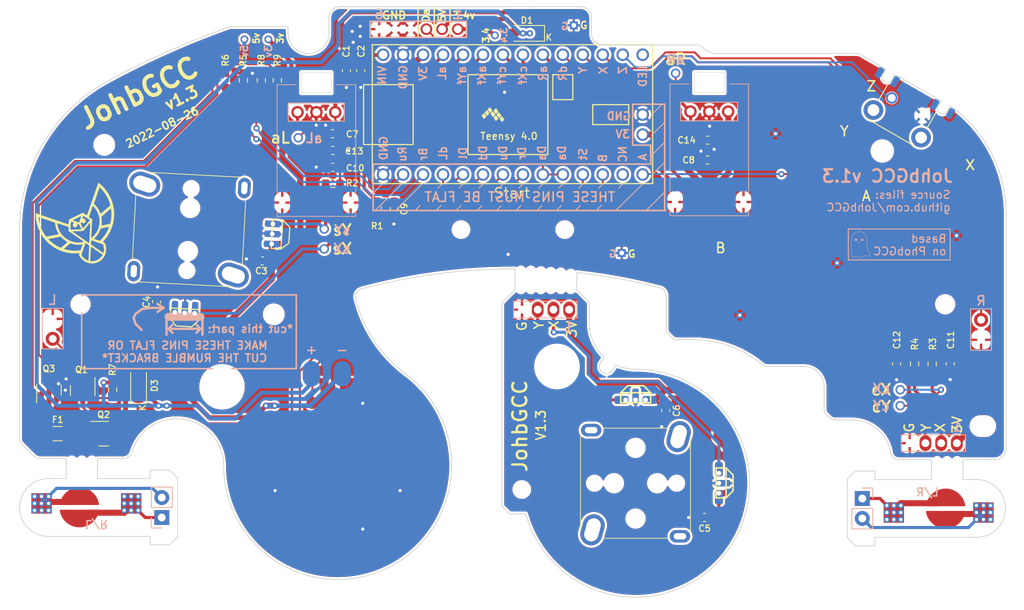
<source format=kicad_pcb>
(kicad_pcb (version 20211014) (generator pcbnew)
  (title_block (comment 4 "AISLER Project ID: GBACCHQH"))
  (layers (0 "F.Cu" signal) (31 "B.Cu" signal) (36 "B.SilkS" user "B.Silkscreen") (37 "F.SilkS" user "F.Silkscreen") (38 "B.Mask" user) (39 "F.Mask" user) (44 "Edge.Cuts" user))
  (net 0 "")
  (net 1 "GND")
  (net 2 "/C_x")
  (net 3 "/C_y")
  (net 4 "/A")
  (net 5 "/B")
  (net 6 "/X")
  (net 7 "/Y")
  (net 8 "/R")
  (net 9 "/Start")
  (net 10 "/Z")
  (net 11 "/Dleft")
  (net 12 "/Dup")
  (net 13 "/Dright")
  (net 14 "/Ddown")
  (net 15 "/Lanalog")
  (net 16 "/Stick_x")
  (net 17 "/Stick_y")
  (net 18 "/L")
  (net 19 "/Stick_x_filt")
  (net 20 "/Stick_y_filt")
  (net 21 "+5V")
  (net 22 "/Rumble")
  (net 23 "/C_x_filt")
  (net 24 "/C_y_filt")
  (net 25 "Net-(Q1-Pad1)")
  (net 26 "Net-(F1-Pad2)")
  (net 27 "Net-(Q1-Pad3)")
  (net 28 "/Brake")
  (net 29 "Net-(Q3-Pad1)")
  (net 30 "Net-(D3-Pad2)")
  (net 31 "/Data")
  (net 32 "VCC")
  (net 33 "Net-(J3-Pad3)")
  (net 34 "Net-(J6-Pad1)")
  (net 35 "Net-(J6-Pad2)")
  (net 36 "Net-(J5-Pad2)")
  (net 37 "Net-(J5-Pad1)")
  (net 38 "/Ranalog")
  (net 39 "Net-(J3-Pad2)")
  (net 40 "/NC")
  (net 41 "/LED")
  (net 46 "/+3.4v")
  (net 47 "Net-(C1-Pad1)")
  (net 48 "+3.3V")
  (footprint "PhobGCC_Footprints:ABXY_Contact_Omron_Switch" (layer "F.Cu") (at 152.24 51.08)
    (fp_text reference "SW1" hide)
    (fp_text value "A")
  )
  (footprint "PhobGCC_Footprints:ABXY_Contact_Omron_Switch" (layer "F.Cu") (at 137.04 58.78 41)
    (fp_text reference "SW2" hide)
    (fp_text value "B")
  )
  (footprint "PhobGCC_Footprints:Dpad_Contact_TL3315NF_2" (layer "F.Cu") (at 80.74 81.13 180)
    (fp_text reference "SW9" hide)
    (fp_text value "Dleft" hide)
  )
  (footprint "PhobGCC_Footprints:Dpad_Contact_TL3315NF_2" (layer "F.Cu") (at 88.69 73.18 -90)
    (fp_text reference "SW10" hide)
    (fp_text value "Dup" hide)
  )
  (footprint "PhobGCC_Footprints:Dpad_Contact_TL3315NF_2" (layer "F.Cu") (at 96.64 81.13 180)
    (fp_text reference "SW11" hide)
    (fp_text value "Dright" hide)
  )
  (footprint "PhobGCC_Footprints:Dpad_Contact_TL3315NF_2" (layer "F.Cu") (at 88.69 89.08 -90)
    (fp_text reference "SW12" hide)
    (fp_text value "Ddown" hide)
  )
  (footprint "Capacitor_SMD:C_0603_1608Metric_Pad1.08x0.95mm_HandSolder" (layer "F.Cu") (at 79.121 55.118 177)
    (fp_text reference "C3")
    (fp_text value "1u")
  )
  (footprint "PhobGCC_Footprints:JohbGCC_Stickbox_w_Hall_Sensors_A_Stick" (layer "F.Cu") (at 69.795083 51.128232 177)
    (fp_text reference "U2" hide)
    (fp_text value "Stickbox_Assembly_w/_Hall_Sensors")
  )
  (footprint "Capacitor_SMD:C_0603_1608Metric_Pad1.08x0.95mm_HandSolder" (layer "F.Cu") (at 88.0872 41.0718)
    (fp_text reference "C13")
    (fp_text value "0.047u")
  )
  (footprint "Capacitor_SMD:C_0603_1608Metric_Pad1.08x0.95mm_HandSolder" (layer "F.Cu") (at 135.763 39.751)
    (fp_text reference "C14")
    (fp_text value "0.047u")
  )
  (footprint "PhobGCC_Footprints:Start_Contact" (layer "F.Cu") (at 110.99 51.18)
    (fp_text reference "SW5" hide)
    (fp_text value "Start")
  )
  (footprint "PhobGCC_Footprints:ABXY_Contact_Omron_Switch" (layer "F.Cu") (at 148.24 36.98 -63)
    (fp_text reference "SW4" hide)
    (fp_text value "Y")
  )
  (footprint "PhobGCC_Footprints:Teensy40_Edge_Pins" (layer "F.Cu") (at 110.998 36.4998)
    (fp_text reference "U1" hide)
    (fp_text value "Teensy4.0")
  )
  (footprint "PhobGCC_Footprints:MountingHole_5.2mm" (layer "F.Cu") (at 73.99 71.13)
    (fp_text reference "H1" hide)
    (fp_text value "5.2mm")
  )
  (footprint "PhobGCC_Footprints:MountingHole_2.0mm" (layer "F.Cu") (at 55.99 60.63)
    (fp_text reference "H3" hide)
    (fp_text value "2mm")
  )
  (footprint "PhobGCC_Footprints:MountingHole_1.8mm" (layer "F.Cu") (at 104.39 51.13)
    (fp_text reference "H5" hide)
    (fp_text value "1.8mm")
  )
  (footprint "PhobGCC_Footprints:MountingHole_1.8mm" (layer "F.Cu") (at 117.59 51.13)
    (fp_text reference "H6" hide)
    (fp_text value "1.8mm")
  )
  (footprint "PhobGCC_Footprints:MountingHole_2.4mm" (layer "F.Cu") (at 157.99 41.13)
    (fp_text reference "H7" hide)
    (fp_text value "2.4mm")
  )
  (footprint "PhobGCC_Footprints:MountingHole_2.0mm" (layer "F.Cu") (at 165.99 60.63)
    (fp_text reference "H4" hide)
    (fp_text value "2mm")
  )
  (footprint "PhobGCC_Footprints:MountingHole_2.2mm" (layer "F.Cu") (at 59.006622 40.346621)
    (fp_text reference "H8" hide)
    (fp_text value "2.2mm")
  )
  (footprint "PhobGCC_Footprints:ABXY_Contact_Omron_Switch" (layer "F.Cu") (at 166.54 47.68 12)
    (fp_text reference "SW3" hide)
    (fp_text value "X")
  )
  (footprint "PhobGCC_Footprints:Slot" (layer "F.Cu") (at 170.79 76.13)
    (fp_text reference "H2" hide)
    (fp_text value "Slot")
  )
  (footprint "PhobGCC_Footprints:MountingHole_2.2mm" (layer "F.Cu") (at 80.573378 61.913378)
    (fp_text reference "H9" hide)
    (fp_text value "2.2mm")
  )
  (footprint "Capacitor_SMD:C_0603_1608Metric_Pad1.08x0.95mm_HandSolder" (layer "F.Cu") (at 89.8144 30.9118 -90)
    (fp_text reference "C1")
    (fp_text value "10u")
  )
  (footprint "Capacitor_SMD:C_0603_1608Metric_Pad1.08x0.95mm_HandSolder" (layer "F.Cu") (at 91.6432 30.9118 -90)
    (fp_text reference "C2")
    (fp_text value "1u")
  )
  (footprint "Capacitor_SMD:C_0603_1608Metric_Pad1.08x0.95mm_HandSolder" (layer "F.Cu") (at 135.763 42.291 180)
    (fp_text reference "C8")
    (fp_text value "1u")
  )
  (footprint "PhobGCC_Footprints:PinHeader_1x04_P2.00mm_Vertical" (layer "F.Cu") (at 118.151 61.310888 -90)
    (fp_text reference "J3" hide)
    (fp_text value "Conn_01x04_2.0mm")
  )
  (footprint "PhobGCC_Footprints:SOT-23" (layer "F.Cu") (at 51.9684 71.501 90)
    (fp_text reference "Q3")
    (fp_text value "Q_NMOS_GSD")
  )
  (footprint "Capacitor_SMD:C_0603_1608Metric_Pad1.08x0.95mm_HandSolder" (layer "F.Cu") (at 159.8168 68.199 -90)
    (fp_text reference "C12")
    (fp_text value "0.047u")
  )
  (footprint "PhobGCC_Footprints:SOT-23" (layer "F.Cu") (at 58.928 77.089)
    (fp_text reference "Q2")
    (fp_text value "Q_PMOS_GDS")
  )
  (footprint "PhobGCC_Footprints:Fuse_1206_3216Metric" (layer "F.Cu") (at 53.086 77.089 180)
    (fp_text reference "F1")
    (fp_text value "Fuse")
  )
  (footprint "Resistor_SMD:R_0603_1608Metric_Pad0.98x0.95mm_HandSolder" (layer "F.Cu") (at 78.994 32.131 -90)
    (fp_text reference "R8")
    (fp_text value "10k")
  )
  (footprint "Capacitor_SMD:C_0603_1608Metric_Pad1.08x0.95mm_HandSolder" (layer "F.Cu") (at 130.429 74.168 -90)
    (fp_text reference "C6")
    (fp_text value "1u")
  )
  (footprint "Capacitor_SMD:C_0603_1608Metric_Pad1.08x0.95mm_HandSolder" (layer "F.Cu") (at 88.0872 43.2054 180)
    (fp_text reference "C10")
    (fp_text value "0.047u")
  )
  (footprint "Resistor_SMD:R_0603_1608Metric_Pad0.98x0.95mm_HandSolder" (layer "F.Cu") (at 81.026 32.131 90)
    (fp_text reference "R9")
    (fp_text value "100R")
  )
  (footprint "PhobGCC_Footprints:MountingHole_2.0mm" (layer "F.Cu") (at 126.602 78.896888 90)
    (fp_text reference "H13" hide)
    (fp_text value "MountingHole")
  )
  (footprint "PhobGCC_Footprints:D_SOD-123" (layer "F.Cu") (at 112.776 26.162 180)
    (fp_text reference "D1")
    (fp_text value "M7C")
  )
  (footprint "Resistor_SMD:R_0603_1608Metric_Pad0.98x0.95mm_HandSolder" (layer "F.Cu") (at 93.726 48.4378 -90)
    (fp_text reference "R1")
    (fp_text value "2k")
  )
  (footprint "Resistor_SMD:R_0603_1608Metric_Pad0.98x0.95mm_HandSolder" (layer "F.Cu") (at 60.071 71.501 90)
    (fp_text reference "R7")
    (fp_text value "10k")
  )
  (footprint "PhobGCC_Footprints:JohbGCC_Stickbox_w_Hall_Sensors_C_Stick" (layer "F.Cu") (at 126.602 83.396888 -90)
    (fp_text reference "U3" hide)
    (fp_text value "Stickbox_Assembly_w/_Hall_Sensors")
  )
  (footprint "Capacitor_SMD:C_0603_1608Metric_Pad1.08x0.95mm_HandSolder" (layer "F.Cu") (at 135.382 87.757 180)
    (fp_text reference "C5")
    (fp_text value "1u")
  )
  (footprint "PhobGCC_Footprints:JohbGCC_breakaway-mousebites-cstick" (layer "F.Cu") (at 115.316 57.7342)
    (fp_text reference "H14" hide)
    (fp_text value "MouseBite" hide)
  )
  (footprint "Capacitor_SMD:C_0603_1608Metric_Pad1.08x0.95mm_HandSolder" (layer "F.Cu") (at 88.0364 38.9393 180)
    (fp_text reference "C7")
    (fp_text value "1u")
  )
  (footprint "Resistor_SMD:R_0603_1608Metric_Pad0.98x0.95mm_HandSolder" (layer "F.Cu") (at 76.708 32.131 -90)
    (fp_text reference "R5")
    (fp_text value "10k")
  )
  (footprint "Resistor_SMD:R_0603_1608Metric_Pad0.98x0.95mm_HandSolder" (layer "F.Cu") (at 88.0872 45.2374)
    (fp_text reference "R2")
    (fp_text value "2k")
  )
  (footprint "PhobGCC_Footprints:Trigger_Contact" (layer "F.Cu") (at 166.049 86.623893 180)
    (fp_text reference "SW14" hide)
    (fp_text value "R" hide)
  )
  (footprint "PhobGCC_Footprints:SOT-23" (layer "F.Cu") (at 56.261 71.628 -90)
    (fp_text reference "Q1")
    (fp_text value "Q_NMOS_GSD")
  )
  (footprint "Capacitor_SMD:C_0603_1608Metric_Pad1.08x0.95mm_HandSolder" (layer "F.Cu") (at 166.624 68.199 -90)
    (fp_text reference "C11")
    (fp_text value "0.047u")
  )
  (footprint "Capacitor_SMD:C_0603_1608Metric_Pad1.08x0.95mm_HandSolder" (layer "F.Cu") (at 65.659 60.325 87)
    (fp_text reference "C4")
    (fp_text value "1u")
  )
  (footprint "PhobGCC_Footprints:JohbGCC_breakaway-mousebites-lr" (layer "F.Cu") (at 56.388 82.804)
    (fp_text reference "H17" hide)
    (fp_text value "MouseBiteRA" hide)
    (fp_line (start 1.767 -2.537893) (end 1.767 0.002107) (layer "Edge.Cuts") (width 0.1))
    (fp_line (start -2.233 -2.537893) (end -2.233 0.002107) (layer "Edge.Cuts") (width 0.1))
  )
  (footprint "PhobGCC_Footprints:Trigger_Contact" (layer "F.Cu") (at 55.842 86.465)
    (fp_text reference "SW13" hide)
    (fp_text value "L" hide)
  )
  (footprint "Capacitor_SMD:C_0603_1608Metric_Pad1.08x0.95mm_HandSolder" (layer "F.Cu") (at 95.9104 48.4378 -90)
    (fp_text reference "C9")
    (fp_text value "0.047u")
  )
  (footprint "PhobGCC_Footprints:MountingHole_1.8mm" (layer "F.Cu") (at 112.127 84.196888 90)
    (fp_text reference "H10" hide)
    (fp_text value "MountingHole")
  )
  (footprint "LOGO" (layer "F.Cu") (at 56.261 51.181 26)
    (fp_text reference "G***" hide)
    (fp_text value "LOGO" hide)
  )
  (footprint "PhobGCC_Footprints:JohbGCC_breakaway-mousebites-lr" (layer "F.Cu") (at 166.01 80.391 180)
    (fp_text reference "H16" hide)
    (fp_text value "MouseBiteLA" hide)
    (fp_line (start 1.767 -2.537893) (end 1.767 0.002107) (layer "Edge.Cuts") (width 0.1))
    (fp_line (start -2.233 -2.537893) (end -2.233 0.002107) (layer "Edge.Cuts") (width 0.1))
  )
  (footprint "PhobGCC_Footprints:D_SOD-123" (layer "F.Cu") (at 63.373 70.993 90)
    (fp_text reference "D3")
    (fp_text value "M7C")
  )
  (footprint "PhobGCC_Footprints:MountingHole_5.2mm" (layer "F.Cu") (at 116.602 68.546888 90)
    (fp_text reference "H11" hide)
    (fp_text value "MountingHole")
  )
  (footprint "PhobGCC_Footprints:MountingHole_2.0mm" (layer "F.Cu") (at 126.602 87.896888 90)
    (fp_text reference "H12" hide)
    (fp_text value "MountingHole")
  )
  (footprint "Resistor_SMD:R_0603_1608Metric_Pad0.98x0.95mm_HandSolder" (layer "F.Cu") (at 162.1028 68.199 90)
    (fp_text reference "R4")
    (fp_text value "2k")
  )
  (footprint "PhobGCC_Footprints:Z_Switch_Edge_Omron" (layer "F.Cu") (at 161.141443 35.505 -30)
    (fp_text reference "SW8" hide)
    (fp_text value "Z")
  )
  (footprint "Resistor_SMD:R_0603_1608Metric_Pad0.98x0.95mm_HandSolder" (layer "F.Cu") (at 164.338 68.199 90)
    (fp_text reference "R3")
    (fp_text value "2k")
  )
  (footprint "Resistor_SMD:R_0603_1608Metric_Pad0.98x0.95mm_HandSolder" (layer "F.Cu") (at 74.422 32.131 90)
    (fp_text reference "R6")
    (fp_text value "100R")
  )
  (footprint "PhobGCC_Footprints:Pin_Header_Straight_1x02_Pitch2.54mm" (layer "B.Cu") (at 52.451 65.029)
    (fp_text reference "SW6" hide)
    (fp_text value "L" hide)
  )
  (footprint "PhobGCC_Footprints:Pin_Header_Straight_1x02_Pitch2.54mm" (layer "B.Cu") (at 170.561 62.606 180)
    (fp_text reference "SW7" hide)
    (fp_text value "R" hide)
  )
  (footprint "PhobGCC_Footprints:GCC_Slider" (layer "B.Cu") (at 85.998 36.195 180)
    (fp_text reference "RV1" hide)
    (fp_text value "R_POT_MountingPin")
  )
  (footprint "PhobGCC_Footprints:PinHeader_1x04_P2.00mm_Vertical" (layer "B.Cu") (at 167.478 78.298 90)
    (fp_text reference "J2" hide)
    (fp_text value "Conn_01x04_2.0mm")
  )
  (footprint "PhobGCC_Footprints:GCC_Header_Straight_1x06_Pitch2.00mm" (layer "B.Cu") (at 103.99 25.63 90)
    (fp_text reference "J1" hide)
    (fp_text value "Conn_01x06_2.0mm")
  )
  (footprint "PhobGCC_Footprints:PinHeader_1x01_P2.54mm_Vertical" (layer "B.Cu") (at 79.883 26.924 180)
    (fp_text reference "J10" hide)
    (fp_text value "Conn_01x01_Male" hide)
  )
  (footprint "PhobGCC_Footprints:rumble_pins" (layer "B.Cu") (at 86.173 69.457 -90)
    (fp_text reference "J4" hide)
    (fp_text value "Rumble" hide)
  )
  (footprint "PhobGCC_Footprints:Ghost Logo Small" (layer "B.Cu") (at 155.194 53.086 180)
    (fp_text reference "G***" hide)
    (fp_text value "LOGO" hide)
  )
  (footprint "PhobGCC_Footprints:PinHeader_1x01_P2.54mm_Vertical" (layer "B.Cu") (at 86.995 53.594 180)
    (fp_text reference "J12" hide)
    (fp_text value "Conn_01x01_Male" hide)
  )
  (footprint "PhobGCC_Footprints:PinHeader_1x01_P2.54mm_Vertical" (layer "B.Cu") (at 108.712 26.416 180)
    (fp_text reference "J11" hide)
    (fp_text value "Conn_01x01_Male" hide)
  )
  (footprint "PhobGCC_Footprints:PinHeader_1x01_P2.54mm_Vertical" (layer "B.Cu") (at 86.995 51.054 180)
    (fp_text reference "J13" hide)
    (fp_text value "Conn_01x01_Male" hide)
  )
  (footprint "PhobGCC_Footprints:PinHeader_1x01_P2.54mm_Vertical" (layer "B.Cu") (at 83.693 39.4462 180)
    (fp_text reference "J16" hide)
    (fp_text value "Conn_01x01_Male" hide)
  )
  (footprint "PhobGCC_Footprints:PinHeader_1x01_P2.54mm_Vertical" (layer "B.Cu") (at 124.841 54.102 180)
    (fp_text reference "J7" hide)
    (fp_text value "Conn_01x01_Male" hide)
  )
  (footprint "PhobGCC_Footprints:PinHeader_1x01_P2.54mm_Vertical" (layer "B.Cu") (at 160.274 73.533 180)
    (fp_text reference "J15" hide)
    (fp_text value "Conn_01x01_Male" hide)
  )
  (footprint "PhobGCC_Footprints:Pin_Header_Straight_1x02_Pitch2.54mm" (layer "B.Cu") (at 155.448 85.339 180)
    (fp_text reference "J6" hide)
    (fp_text value "R" hide)
  )
  (footprint "PhobGCC_Footprints:Pin_Header_Straight_1x02_Pitch2.54mm" (layer "B.Cu") (at 66.327 87.762)
    (fp_text reference "J5" hide)
    (fp_text value "L" hide)
  )
  (footprint "PhobGCC_Footprints:PinHeader_1x01_P2.54mm_Vertical" (layer "B.Cu") (at 76.835 26.924 180)
    (fp_text reference "J9" hide)
    (fp_text value "Conn_01x01_Male" hide)
  )
  (footprint "PhobGCC_Footprints:GCC_Slider" (layer "B.Cu") (at 135.983214 36.116489 180)
    (fp_text reference "RV2" hide)
    (fp_text value "R_POT_MountingPin")
  )
  (footprint "PhobGCC_Footprints:PinHeader_1x01_P2.54mm_Vertical" (layer "B.Cu") (at 160.274 71.501 180)
    (fp_text reference "J14" hide)
    (fp_text value "Conn_01x01_Male" hide)
  )
  (footprint "PhobGCC_Footprints:PinHeader_1x01_P2.54mm_Vertical" (layer "B.Cu") (at 131.699 31.242 180)
    (fp_text reference "J17" hide)
    (fp_text value "Conn_01x01_Male" hide)
  )
  (footprint "PhobGCC_Footprints:PinHeader_1x01_P2.54mm_Vertical" (layer "B.Cu") (at 118.745 25.146 180)
    (fp_text reference "J8" hide)
    (fp_text value "Conn_01x01_Male" hide)
  )
  (gr_line (start 105.0798 26.67) (end 92.837 26.67) (layer "B.SilkS") (width 0.2))
  (gr_line (start 114.046 48.7045) (end 114.681 48.0695) (layer "B.SilkS") (width 0.12))
  (gr_line (start 92.837 24.638) (end 92.837 26.67) (layer "B.SilkS") (width 0.2))
  (gr_line (start 66.929 62.23) (end 66.929 64.516) (layer "B.SilkS") (width 0.3))
  (gr_line (start 99.470142 45.305131) (end 96.109859 48.674869) (layer "B.SilkS") (width 0.12))
  (gr_line (start 62.738 62.357) (end 62.992 61.849) (layer "B.SilkS") (width 0.3))
  (gr_line (start 166.624 51.054) (end 153.67 51.054) (layer "B.SilkS") (width 0.12))
  (gr_line (start 70.739 63.246) (end 71.247 63.754) (layer "B.SilkS") (width 0.3))
  (gr_line (start 83.436784 68.821302) (end 83.439 59.436) (layer "B.SilkS") (width 0.2))
  (gr_line (start 67.183 63.754) (end 67.691 63.246) (layer "B.SilkS") (width 0.3))
  (gr_line (start 104.648 45.339) (end 104.14 45.847) (layer "B.SilkS") (width 0.12))
  (gr_line (start 66.548 61.087) (end 65.786 60.579) (layer "B.SilkS") (width 0.3))
  (gr_line (start 153.67 51.054) (end 153.67 54.991) (layer "B.SilkS") (width 0.12))
  (gr_line (start 62.992 61.849) (end 63.881 61.214) (layer "B.SilkS") (width 0.3))
  (gr_line (start 89.535 35.052) (end 89.535 37.338) (layer "B.SilkS") (width 0.12))
  (gr_line (start 67.691 64.262) (end 67.183 63.754) (layer "B.SilkS") (width 0.3))
  (gr_line (start 122.428 45.339) (end 121.92 45.847) (layer "B.SilkS") (width 0.12))
  (gr_line (start 70.739 64.262) (end 71.247 63.754) (layer "B.SilkS") (width 0.3))
  (gr_line (start 89.535 37.338) (end 82.423 37.338) (layer "B.SilkS") (width 0.12))
  (gr_line (start 63.881 61.214) (end 65.024 61.087) (layer "B.SilkS") (width 0.3))
  (gr_line (start 130.302 35.179) (end 130.302 48.7045) (layer "B.SilkS") (width 0.2))
  (gr_line (start 93.218 42.799) (end 93.218 48.7045) (layer "B.SilkS") (width 0.2))
  (gr_line (start 82.423 35.052) (end 89.535 35.052) (layer "B.SilkS") (width 0.12))
  (gr_line (start 130.302 37.465) (end 128.618854 39.15017) (layer "B.SilkS") (width 0.12))
  (gr_line (start 71.501 64.516) (end 71.501 62.23) (layer "B.SilkS") (width 0.3))
  (gr_line (start 128.524 41.783) (end 130.302 40.005) (layer "B.SilkS") (width 0.12))
  (gr_line (start 129.990848 35.175193) (end 128.651 36.5125) (layer "B.SilkS") (width 0.12))
  (gr_line (start 126.238 40.386) (end 128.524 40.386) (layer "B.SilkS") (width 0.2))
  (gr_line (start 106.426 48.7045) (end 107.061 48.0695) (layer "B.SilkS") (width 0.12))
  (gr_line (start 103.759 48.7045) (end 104.394 48.0695) (layer "B.SilkS") (width 0.12))
  (gr_line (start 132.334 37.2872) (end 132.334 34.925) (layer "B.SilkS") (width 0.12))
  (gr_line (start 83.439 59.436) (end 56.134 59.436) (layer "B.SilkS") (width 0.2))
  (gr_line (start 98.552 48.7045) (end 99.187 48.0695) (layer "B.SilkS") (width 0.12))
  (gr_line (start 126.238 40.386) (end 126.238 35.179) (layer "B.SilkS") (width 0.2))
  (gr_line (start 124.968 45.339) (end 124.46 45.847) (layer "B.SilkS") (width 0.12))
  (gr_line (start 127.9525 48.7045) (end 130.302 46.355) (layer "B.SilkS") (width 0.12))
  (gr_line (start 82.423 37.338) (end 82.423 35.052) (layer "B.SilkS") (width 0.12))
  (gr_line (start 114.808 45.339) (end 114.3 45.847) (layer "B.SilkS") (width 0.12))
  (gr_line (start 101.219 48.7045) (end 101.854 48.0695) (layer "B.SilkS") (width 0.12))
  (gr_line (start 67.183 62.23) (end 71.247 62.23) (layer "B.SilkS") (width 1))
  (gr_line (start 56.134 68.8213) (end 56.134 59.436) (layer "B.SilkS") (width 0.2))
  (gr_line (start 67.183 63.754) (end 71.247 63.754) (layer "B.SilkS") (width 0.3))
  (gr_line (start 107.188 45.339) (end 106.68 45.847) (layer "B.SilkS") (width 0.12))
  (gr_line (start 94.361 45.339) (end 93.218 46.482) (layer "B.SilkS") (width 0.12))
  (gr_line (start 96.832283 45.334762) (end 93.472 48.7045) (layer "B.SilkS") (width 0.12))
  (gr_line (start 139.573 37.2872) (end 132.334 37.2872) (layer "B.SilkS") (width 0.12))
  (gr_line (start 66.548 61.087) (end 65.786 61.595) (layer "B.SilkS") (width 0.3))
  (gr_line (start 118.9355 48.7045) (end 119.5705 48.0695) (layer "B.SilkS") (width 0.12))
  (gr_line (start 93.218 42.799) (end 128.524 42.799) (layer "B.SilkS") (width 0.2))
  (gr_line (start 65.024 61.087) (end 66.548 61.087) (layer "B.SilkS") (width 0.3))
  (gr_line (start 121.666 48.641) (end 122.301 48.006) (layer "B.SilkS") (width 0.12))
  (gr_line (start 139.573 34.925) (end 139.573 37.2872) (layer "B.SilkS") (width 0.12))
  (gr_line (start 117.348 45.339) (end 116.84 45.847) (layer "B.SilkS") (width 0.12))
  (gr_line (start 166.624 51.054) (end 166.624 54.991) (layer "B.SilkS") (width 0.12))
  (gr_line (start 108.839 48.768) (end 109.474 48.133) (layer "B.SilkS") (width 0.12))
  (gr_line (start 109.728 45.339) (end 109.22 45.847) (layer "B.SilkS") (width 0.12))
  (gr_line (start 93.218 48.7045) (end 130.429 48.7045) (layer "B.SilkS") (width 0.2))
  (gr_line (start 127.508 45.339) (end 124.079 48.7045) (layer "B.SilkS") (width 0.12))
  (gr_line (start 101.981 45.339) (end 101.473 45.847) (layer "B.SilkS") (width 0.12))
  (gr_line (start 111.379 48.7045) (end 112.014 48.0695) (layer "B.SilkS") (width 0.12))
  (gr_line (start 153.67 54.991) (end 166.624 54.991) (layer "B.SilkS") (width 0.12))
  (gr_line (start 112.268 45.339) (end 111.76 45.847) (layer "B.SilkS") (width 0.12))
  (gr_line (start 132.334 34.925) (end 139.573 34.925) (layer "B.SilkS") (width 0.12))
  (gr_line (start 56.134 68.8213) (end 83.436784 68.821302) (layer "B.SilkS") (width 0.2))
  (gr_line (start 105.0798 24.638) (end 105.0798 26.67) (layer "B.SilkS") (width 0.2))
  (gr_line (start 130.302 42.545) (end 128.778 44.069) (layer "B.SilkS") (width 0.12))
  (gr_line (start 128.524 42.799) (end 128.524 40.386) (layer "B.SilkS") (width 0.2))
  (gr_line (start 119.888 45.339) (end 119.38 45.847) (layer "B.SilkS") (width 0.12))
  (gr_line (start 62.992 63.119) (end 62.738 62.357) (layer "B.SilkS") (width 0.3))
  (gr_line (start 63.754 63.881) (end 62.992 63.119) (layer "B.SilkS") (width 0.3))
  (gr_line (start 116.5225 48.7045) (end 117.1575 48.0695) (layer "B.SilkS") (width 0.12))
  (gr_line (start 105.0798 24.638) (end 92.837 24.638) (layer "B.SilkS") (width 0.2))
  (gr_line (start 126.238 35.179) (end 130.302 35.179) (layer "B.SilkS") (width 0.2))
  (gr_line (start 71.074439 62.611) (end 67.3799 62.362899) (layer "F.SilkS") (width 0.15))
  (gr_line (start 71.145404 61.309698) (end 67.472297 61.101533) (layer "F.SilkS") (width 0.15))
  (gr_line (start 81.476399 53.596317) (end 80.215033 53.50392) (layer "F.SilkS") (width 0.15))
  (gr_line (start 138.1125 81.453203) (end 138.1125 85.263203) (layer "F.SilkS") (width 0.2))
  (gr_line (start 81.7245 49.901778) (end 80.423198 49.830813) (layer "F.SilkS") (width 0.15))
  (gr_line (start 98.933 26.67) (end 98.933 22.86) (layer "F.SilkS") (width 0.2))
  (gr_line (start 138.1125 85.263203) (end 139.0015 84.374203) (layer "F.SilkS") (width 0.2))
  (gr_line (start 128.524 73.152) (end 124.714 73.152) (layer "F.SilkS") (width 0.2))
  (gr_line (start 139.0015 82.342203) (end 138.1125 81.453203) (layer "F.SilkS") (width 0.2))
  (gr_line (start 67.3799 62.362899) (end 68.107297 63.373) (layer "F.SilkS") (width 0.15))
  (gr_line (start 70.139297 63.5) (end 68.107297 63.373) (layer "F.SilkS") (width 0.15))
  (gr_line (start 80.423198 49.830813) (end 80.215033 53.50392) (layer "F.SilkS") (width 0.15))
  (gr_line (start 124.714 71.882) (end 128.524 71.882) (layer "F.SilkS") (width 0.2))
  (gr_line (start 70.139297 63.5) (end 71.074439 62.611) (layer "F.SilkS") (width 0.15))
  (gr_line (start 100.9904 22.86) (end 100.9904 26.67) (layer "F.SilkS") (width 0.2))
  (gr_line (start 125.603 70.993) (end 127.635 70.993) (layer "F.SilkS") (width 0.2))
  (gr_line (start 128.524 71.882) (end 128.524 73.152) (layer "F.SilkS") (width 0.2))
  (gr_line (start 102.997 26.67) (end 102.997 22.86) (layer "F.SilkS") (width 0.2))
  (gr_line (start 139.0015 82.342203) (end 139.0015 84.374203) (layer "F.SilkS") (width 0.2))
  (gr_line (start 82.6135 50.83692) (end 81.7245 49.901778) (layer "F.SilkS") (width 0.15))
  (gr_line (start 124.714 73.152) (end 124.714 71.882) (layer "F.SilkS") (width 0.2))
  (gr_line (start 136.8425 81.453203) (end 138.1125 81.453203) (layer "F.SilkS") (width 0.2))
  (gr_line (start 81.476399 53.596317) (end 82.4865 52.86892) (layer "F.SilkS") (width 0.15))
  (gr_line (start 128.524 71.882) (end 127.635 70.993) (layer "F.SilkS") (width 0.2))
  (gr_line (start 67.3799 62.362899) (end 67.472297 61.101533) (layer "F.SilkS") (width 0.15))
  (gr_line (start 136.8425 85.263203) (end 136.8425 81.453203) (layer "F.SilkS") (width 0.2))
  (gr_line (start 125.603 70.993) (end 124.714 71.882) (layer "F.SilkS") (width 0.2))
  (gr_line (start 71.074439 62.611) (end 71.145404 61.309698) (layer "F.SilkS") (width 0.15))
  (gr_line (start 138.1125 85.263203) (end 136.8425 85.263203) (layer "F.SilkS") (width 0.2))
  (gr_line (start 82.6135 50.83692) (end 82.4865 52.86892) (layer "F.SilkS") (width 0.15))
  (gr_line (start 81.7245 49.901778) (end 81.476399 53.596317) (layer "F.SilkS") (width 0.15))
  (gr_line (start 84.09 33.73) (end 84.09 31.13) (layer "Edge.Cuts") (width 0.05))
  (gr_line (start 134.09 33.73) (end 134.09 31.13) (layer "Edge.Cuts") (width 0.05))
  (gr_line (start 157.049 82.928893) (end 157.049 81.853893) (layer "Edge.Cuts") (width 0.1))
  (gr_line (start 123.652563 69.049506) (end 124.119069 68.348995) (layer "Edge.Cuts") (width 0.1))
  (gr_line (start 160.050995 80.391) (end 164.243 80.388893) (layer "Edge.Cuts") (width 0.1))
  (gr_line (start 165.087895 35.462132) (end 165.486672 34.768607) (layer "Edge.Cuts") (width 0.1))
  (gr_arc (start 50.663 80.264) (mid 50.282168 80.098746) (end 49.954213 79.844213) (layer "Edge.Cuts") (width 0.1))
  (gr_line (start 61.57 80.264) (end 58.155 80.266107) (layer "Edge.Cuts") (width 0.1))
  (gr_line (start 150.597106 71.137107) (end 150.597106 73.922893) (layer "Edge.Cuts") (width 0.1))
  (gr_line (start 152.011319 75.337107) (end 154.134915 75.337107) (layer "Edge.Cuts") (width 0.1))
  (gr_arc (start 169.849 82.928893) (mid 173.651835 86.603893) (end 169.849 90.278893) (layer "Edge.Cuts") (width 0.1))
  (gr_arc (start 123.652563 69.049506) (mid 122.404644 69.2997) (end 122.154378 68.051788) (layer "Edge.Cuts") (width 0.1))
  (gr_line (start 158.464731 30.730991) (end 155.228573 28.8702) (layer "Edge.Cuts") (width 0.1))
  (gr_line (start 168.243 80.388893) (end 172.332892 80.391) (layer "Edge.Cuts") (width 0.1))
  (gr_arc (start 166.214873 36.110144) (mid 165.327391 36.349593) (end 165.087895 35.462132) (layer "Edge.Cuts") (width 0.1))
  (gr_line (start 67.342 91.235) (end 68.342 90.235) (layer "Edge.Cuts") (width 0.1))
  (gr_line (start 134.09 31.13) (end 137.89 31.13) (layer "Edge.Cuts") (width 0.05))
  (gr_arc (start 48.247105 51.137105) (mid 51.28857 40.099145) (end 59.554446 32.176874) (layer "Edge.Cuts") (width 0.1))
  (gr_line (start 159.591709 31.379003) (end 159.192932 32.072529) (layer "Edge.Cuts") (width 0.1))
  (gr_line (start 87.89 33.73) (end 84.09 33.73) (layer "Edge.Cuts") (width 0.05))
  (gr_line (start 109.601 60.456424) (end 109.598107 86.296888) (layer "Edge.Cuts") (width 0.1))
  (gr_line (start 64.842 90.16) (end 52.042 90.16) (layer "Edge.Cuts") (width 0.1))
  (gr_arc (start 129.749616 58.543703) (mid 130.288467 58.899951) (end 130.497106 59.511297) (layer "Edge.Cuts") (width 0.1))
  (gr_arc (start 90.998864 59.886481) (mid 91.110465 59.140875) (end 91.710992 58.685077) (layer "Edge.Cuts") (width 0.1))
  (gr_arc (start 87.597106 26.137107) (mid 84.997106 28.737107) (end 82.397106 26.137107) (layer "Edge.Cuts") (width 0.1))
  (gr_line (start 87.597106 24.180963) (end 87.597106 26.137107) (layer "Edge.Cuts") (width 0.1))
  (gr_line (start 120.702 62.996888) (end 120.702 60.379776) (layer "Edge.Cuts") (width 0.1))
  (gr_line (start 166.997106 35.637107) (end 166.61365 35.41662) (layer "Edge.Cuts") (width 0.1))
  (gr_arc (start 131.911318 65.137107) (mid 131.52863 65.060993) (end 131.204212 64.844213) (layer "Edge.Cuts") (width 0.1))
  (gr_arc (start 91.710992 58.685077) (mid 101.396618 56.759379) (end 111.252 56.134) (layer "Edge.Cuts") (width 0.1))
  (gr_arc (start 136.997106 28.737107) (mid 135.981532 28.530562) (end 135.127319 27.943733) (layer "Edge.Cuts") (width 0.1))
  (gr_line (start 68.342 82.735) (end 68.342 90.235) (layer "Edge.Cuts") (width 0.1))
  (gr_line (start 130.789999 64.43) (end 131.204212 64.844213) (layer "Edge.Cuts") (width 0.1))
  (gr_line (start 68.342 82.735) (end 67.342 81.735) (layer "Edge.Cuts") (width 0.1))
  (gr_line (start 154.549 91.353893) (end 157.049 91.353893) (layer "Edge.Cuts") (width 0.1))
  (gr_line (start 110.602 87.296888) (end 112.636328 87.296888) (layer "Edge.Cuts") (width 0.1))
  (gr_arc (start 126.602 68.896888) (mid 138.15244 92.163727) (end 112.636328 87.296888) (layer "Edge.Cuts") (width 0.1))
  (gr_line (start 64.842 81.735) (end 64.842 82.81) (layer "Edge.Cuts") (width 0.1))
  (gr_line (start 111.252 58.801) (end 109.601 60.456424) (layer "Edge.Cuts") (width 0.1))
  (gr_arc (start 119.582892 22.766749) (mid 120.58292 23.180935) (end 120.997106 24.180963) (layer "Edge.Cuts") (width 0.1))
  (gr_line (start 150.889999 74.63) (end 151.304212 75.044213) (layer "Edge.Cuts") (width 0.1))
  (gr_arc (start 166.997106 35.637107) (mid 171.965561 41.590379) (end 173.747106 49.137107) (layer "Edge.Cuts") (width 0.1))
  (gr_arc (start 74.833548 25.368395) (mid 74.999242 25.3248) (end 75.169945 25.310115) (layer "Edge.Cuts") (width 0.1))
  (gr_line (start 54.155 80.266107) (end 50.663 80.264) (layer "Edge.Cuts") (width 0.1))
  (gr_arc (start 133.997106 65.137106) (mid 138.639987 65.953411) (end 142.725996 68.304417) (layer "Edge.Cuts") (width 0.1))
  (gr_arc (start 143.367271 68.537106) (mid 143.026183 68.477127) (end 142.725996 68.304417) (layer "Edge.Cuts") (width 0.1))
  (gr_line (start 166.61365 35.41662) (end 166.214873 36.110145) (layer "Edge.Cuts") (width 0.1))
  (gr_line (start 137.89 31.13) (end 137.89 33.73) (layer "Edge.Cuts") (width 0.05))
  (gr_line (start 120.997106 26.224375) (end 120.997106 24.180963) (layer "Edge.Cuts") (width 0.1))
  (gr_arc (start 122.411319 27.638589) (mid 121.411307 27.224387) (end 120.997106 26.224375) (layer "Edge.Cuts") (width 0.1))
  (gr_line (start 82.397106 25.310115) (end 75.169945 25.310115) (layer "Edge.Cuts") (width 0.1))
  (gr_arc (start 62.525292 79.424399) (mid 69.101065 75.238705) (end 74.197105 81.137107) (layer "Edge.Cuts") (width 0.1))
  (gr_line (start 84.09 31.13) (end 87.89 31.13) (layer "Edge.Cuts") (width 0.05))
  (gr_line (start 119.126 56.5912) (end 119.126 58.801) (layer "Edge.Cuts") (width 0.1))
  (gr_arc (start 154.134914 75.337106) (mid 157.362391 76.518299) (end 159.064982 79.503773) (layer "Edge.Cuts") (width 0.1))
  (gr_line (start 154.549 81.853893) (end 157.049 81.853893) (layer "Edge.Cuts") (width 0.1))
  (gr_line (start 122.620883 67.351278) (end 122.154378 68.051788) (layer "Edge.Cuts") (width 0.1))
  (gr_line (start 64.842 82.81) (end 58.155 82.806107) (layer "Edge.Cuts") (width 0.1))
  (gr_line (start 165.486672 34.768607) (end 159.591709 31.379003) (layer "Edge.Cuts") (width 0.1))
  (gr_line (start 130.497106 59.511297) (end 130.497106 63.722893) (layer "Edge.Cuts") (width 0.1))
  (gr_line (start 48.247105 51.137105) (end 48.247107 76.664) (layer "Edge.Cuts") (width 0.1))
  (gr_arc (start 97.361544 69.510519) (mid 95.201553 94.096358) (end 74.197105 81.137107) (layer "Edge.Cuts") (width 0.1))
  (gr_arc (start 87.597106 24.180963) (mid 88.011308 23.180952) (end 89.011319 22.766749) (layer "Edge.Cuts") (width 0.1))
  (gr_line (start 82.397106 26.137107) (end 82.397106 25.310115) (layer "Edge.Cuts") (width 0.1))
  (gr_arc (start 152.011318 75.337107) (mid 151.62863 75.260993) (end 151.304212 75.044213) (layer "Edge.Cuts") (width 0.1))
  (gr_line (start 109.598107 86.296888) (end 110.602 87.296888) (layer "Edge.Cuts") (width 0.1))
  (gr_line (start 134.40817 27.638589) (end 122.411319 27.638589) (layer "Edge.Cuts") (width 0.1))
  (gr_arc (start 52.042 90.16) (mid 48.242937 86.482) (end 52.042 82.804) (layer "Edge.Cuts") (width 0.1))
  (gr_arc (start 59.554445 32.176874) (mid 67.06439 28.481781) (end 74.833548 25.368394) (layer "Edge.Cuts") (width 0.1))
  (gr_line (start 173.747106 78.922893) (end 173.747106 49.137107) (layer "Edge.Cuts") (width 0.1))
  (gr_arc (start 150.889999 74.63) (mid 150.673227 74.305576) (end 150.597106 73.922893) (layer "Edge.Cuts") (width 0.1))
  (gr_arc (start 160.050995 80.391) (mid 159.4034 80.119187) (end 159.064982 79.503773) (layer "Edge.Cuts") (width 0.1))
  (gr_line (start 119.582892 22.766749) (end 89.011319 22.766749) (layer "Edge.Cuts") (width 0.1))
  (gr_line (start 154.730102 28.737107) (end 136.997106 28.737107) (layer "Edge.Cuts") (width 0.1))
  (gr_line (start 87.89 31.13) (end 87.89 33.73) (layer "Edge.Cuts") (width 0.05))
  (gr_line (start 48.54 78.43) (end 49.954213 79.844213) (layer "Edge.Cuts") (width 0.1))
  (gr_line (start 120.702 60.379776) (end 119.126 58.801) (layer "Edge.Cuts") (width 0.1))
  (gr_line (start 111.252 56.134) (end 111.252 58.801) (layer "Edge.Cuts") (width 0.1))
  (gr_line (start 158.065954 31.424516) (end 158.464731 30.730991) (layer "Edge.Cuts") (width 0.1))
  (gr_arc (start 159.192932 32.072528) (mid 158.30537 32.312031) (end 158.065954 31.424516) (layer "Edge.Cuts") (width 0.1))
  (gr_arc (start 126.602 68.896888) (mid 125.330652 68.758362) (end 124.119069 68.348995) (layer "Edge.Cuts") (width 0.1))
  (gr_line (start 137.89 33.73) (end 134.09 33.73) (layer "Edge.Cuts") (width 0.05))
  (gr_line (start 64.842 90.16) (end 64.842 91.235) (layer "Edge.Cuts") (width 0.1))
  (gr_line (start 157.049 91.353893) (end 157.049 90.278893) (layer "Edge.Cuts") (width 0.1))
  (gr_line (start 153.549 90.353893) (end 154.549 91.353893) (layer "Edge.Cuts") (width 0.1))
  (gr_arc (start 122.620883 67.351278) (mid 121.202661 65.376258) (end 120.702 62.996888) (layer "Edge.Cuts") (width 0.1))
  (gr_line (start 67.342 91.235) (end 64.842 91.235) (layer "Edge.Cuts") (width 0.1))
  (gr_line (start 67.342 81.735) (end 64.842 81.735) (layer "Edge.Cuts") (width 0.1))
  (gr_arc (start 173.747106 78.922894) (mid 173.336046 79.942126) (end 172.332892 80.391) (layer "Edge.Cuts") (width 0.1))
  (gr_arc (start 97.361543 69.510519) (mid 93.338817 65.25476) (end 90.998865 59.886481) (layer "Edge.Cuts") (width 0.1))
  (gr_arc (start 147.997106 68.537107) (mid 149.835577 69.298632) (end 150.597106 71.137107) (layer "Edge.Cuts") (width 0.1))
  (gr_line (start 48.247107 76.664) (end 48.247 77.722893) (layer "Edge.Cuts") (width 0.1))
  (gr_arc (start 134.40817 27.638589) (mid 134.798782 27.71802) (end 135.127319 27.943733) (layer "Edge.Cuts") (width 0.1))
  (gr_line (start 157.049 82.928893) (end 164.243 82.928893) (layer "Edge.Cuts") (width 0.1))
  (gr_line (start 153.549 90.353893) (end 153.549 82.853893) (layer "Edge.Cuts") (width 0.1))
  (gr_arc (start 119.126 56.5912) (mid 124.473708 57.372119) (end 129.749616 58.543703) (layer "Edge.Cuts") (width 0.1))
  (gr_arc (start 154.730102 28.737106) (mid 154.988068 28.770953) (end 155.228573 28.8702) (layer "Edge.Cuts") (width 0.1))
  (gr_arc (start 62.525291 79.424399) (mid 62.167963 79.981095) (end 61.57 80.264) (layer "Edge.Cuts") (width 0.1))
  (gr_line (start 143.367271 68.537107) (end 147.997106 68.537107) (layer "Edge.Cuts") (width 0.1))
  (gr_line (start 54.155 82.806107) (end 52.042 82.804) (layer "Edge.Cuts") (width 0.1))
  (gr_arc (start 130.789999 64.43) (mid 130.573227 64.105576) (end 130.497106 63.722893) (layer "Edge.Cuts") (width 0.1))
  (gr_arc (start 48.539999 78.43) (mid 48.323204 78.105577) (end 48.247 77.722893) (layer "Edge.Cuts") (width 0.1))
  (gr_line (start 157.049 90.278893) (end 169.849 90.278893) (layer "Edge.Cuts") (width 0.1))
  (gr_line (start 131.911319 65.137107) (end 133.997106 65.137107) (layer "Edge.Cuts") (width 0.1))
  (gr_line (start 154.549 81.853893) (end 153.549 82.853893) (layer "Edge.Cuts") (width 0.1))
  (gr_line (start 168.243 82.928893) (end 169.849 82.928893) (layer "Edge.Cuts") (width 0.1))
  (gr_text "aR" (at 114.808 31.242 90) (layer "B.SilkS") (effects (font (size 1 1) (thickness 0.2)) (justify mirror)))
  (gr_text "cYf" (at 109.601 31.496 90) (layer "B.SilkS") (effects (font (size 1 1) (thickness 0.2)) (justify mirror)))
  (gr_text "Br" (at 99.568 41.529 90) (layer "B.SilkS") (effects (font (size 1 1) (thickness 0.2)) (justify mirror)))
  (gr_text "1" (at 118.11 63.5) (layer "B.SilkS") (effects (font (size 1.2 1.2) (thickness 0.2)) (justify mirror)))
  (gr_text "Z" (at 124.968 30.861 90) (layer "B.SilkS") (effects (font (size 1 1) (thickness 0.2)) (justify mirror)))
  (gr_text "Da" (at 114.681 41.402 90) (layer "B.SilkS") (effects (font (size 1 1) (thickness 0.2)) (justify mirror)))
  (gr_text "aR" (at 131.699 29.464) (layer "B.SilkS") (effects (font (size 1.2 1.2) (thickness 0.25)) (justify mirror)))
  (gr_text "Du" (at 109.728 41.402 90) (layer "B.SilkS") (effects (font (size 1 1) (thickness 0.2)) (justify mirror)))
  (gr_text "Dl" (at 104.648 41.402 90) (layer "B.SilkS") (effects (font (size 1 1) (thickness 0.2)) (justify mirror)))
  (gr_text "Based\non PhobGCC" (at 166.243 53.086) (layer "B.SilkS") (effects (font (size 1 1)) (justify left mirror)))
  (gr_text "aYf" (at 104.521 31.496 90) (layer "B.SilkS") (effects (font (size 1 1) (thickness 0.2)) (justify mirror)))
  (gr_text "6" (at 93.98 23.749) (layer "B.SilkS") (effects (font (size 1.2 1.2) (thickness 0.2)) (justify mirror)))
  (gr_text "LED" (at 127.508 31.623 90) (layer "B.SilkS") (effects (font (size 1 1) (thickness 0.2)) (justify mirror)))
  (gr_text "aL" (at 85.725 39.497) (layer "B.SilkS") (effects (font (size 1.2 1.2) (thickness 0.25)) (justify mirror)))
  (gr_text "St" (at 119.9134 41.529 90) (layer "B.SilkS") (effects (font (size 1 1) (thickness 0.2)) (justify mirror)))
  (gr_text "JohbGCC v1.3" (at 158.623 44.323) (layer "B.SilkS") (effects (font (size 1.6 1.6) (thickness 0.3)) (justify mirror)))
  (gr_text "3V" (at 99.568 31.2674 90) (layer "B.SilkS") (effects (font (size 1 1) (thickness 0.2)) (justify mirror)))
  (gr_text "sX" (at 89.2302 53.5686) (layer "B.SilkS") (effects (font (size 1.2 1.2) (thickness 0.25)) (justify mirror)))
  (gr_text "3v" (at 79.883 28.448 90) (layer "B.SilkS") (effects (font (size 0.9 0.9) (thickness 0.2)) (justify mirror)))
  (gr_text "cXf" (at 112.268 31.496 90) (layer "B.SilkS") (effects (font (size 1 1) (thickness 0.2)) (justify mirror)))
  (gr_text "THESE PINS MUST BE FLAT" (at 111.887 46.99) (layer "B.SilkS") (effects (font (size 1.2 1.2) (thickness 0.2)) (justify mirror)))
  (gr_text "sY" (at 89.281 51.181) (layer "B.SilkS") (effects (font (size 1.2 1.2) (thickness 0.25)) (justify mirror)))
  (gr_text "Y" (at 119.888 30.861 90) (layer "B.SilkS") (effects (font (size 1 1) (thickness 0.2)) (justify mirror)))
  (gr_text "MAKE THESE PINS FLAT OR \nCUT THE RUMBLE BRACKET*" (at 69.215 66.675) (layer "B.SilkS") (effects (font (size 1 1) (thickness 0.2)) (justify mirror)))
  (gr_text "aL" (at 101.981 31.242 90) (layer "B.SilkS") (effects (font (size 1 1) (thickness 0.2)) (justify mirror)))
  (gr_text "G" (at 123.698 54.229) (layer "B.SilkS") (effects (font (size 0.9 0.9) (thickness 0.2)) (justify mirror)))
  (gr_text "Da" (at 117.221 41.402 90) (layer "B.SilkS") (effects (font (size 1 1) (thickness 0.2)) (justify mirror)))
  (gr_text "5v" (at 76.835 28.448 90) (layer "B.SilkS") (effects (font (size 0.9 0.9) (thickness 0.2)) (justify mirror)))
  (gr_text "Source files:\ngithub.com/JohbGCC" (at 166.751 47.498) (layer "B.SilkS") (effects (font (size 1 1)) (justify left mirror)))
  (gr_text "3.4" (at 109.855 26.416 90) (layer "B.SilkS") (effects (font (size 0.8 0.8) (thickness 0.2)) (justify mirror)))
  (gr_text "VIN" (at 94.3356 31.496 90) (layer "B.SilkS") (effects (font (size 1 1) (thickness 0.2)) (justify mirror)))
  (gr_text "cY" (at 157.861 73.533) (layer "B.SilkS") (effects (font (size 1.2 1.2) (thickness 0.25)) (justify mirror)))
  (gr_text "NC" (at 124.968 41.529 90) (layer "B.SilkS") (effects (font (size 1 1) (thickness 0.2)) (justify mirror)))
  (gr_text "Dd" (at 107.188 41.402 90) (layer "B.SilkS") (effects (font (size 1 1) (thickness 0.2)) (justify mirror)))
  (gr_text "GND" (at 97.028 31.75 90) (layer "B.SilkS") (effects (font (size 1 1) (thickness 0.2)) (justify mirror)))
  (gr_text "dR" (at 117.348 31.242 90) (layer "B.SilkS") (effects (font (size 1 1) (thickness 0.2)) (justify mirror)))
  (gr_text "L/R" (at 58.0136 88.6206 180) (layer "B.SilkS") (effects (font (size 1 1) (thickness 0.2)) (justify mirror)))
  (gr_text "Dr" (at 112.141 41.402 90) (layer "B.SilkS") (effects (font (size 1 1) (thickness 0.2)) (justify mirror)))
  (gr_text "3V" (at 124.968 38.989) (layer "B.SilkS") (effects (font (size 1 1) (thickness 0.2)) (justify mirror)))
  (gr_text "1" (at 104.013 23.749) (layer "B.SilkS") (effects (font (size 1.2 1.2) (thickness 0.2)) (justify mirror)))
  (gr_text "X" (at 122.4788 30.861 90) (layer "B.SilkS") (effects (font (size 1 1) (thickness 0.2)) (justify mirror)))
  (gr_text "L" (at 52.451 60.071) (layer "B.SilkS") (effects (font (size 1.2 1.2) (thickness 0.2)) (justify mirror)))
  (gr_text "L/R" (at 163.7284 84.5566) (layer "B.SilkS") (effects (font (size 1 1) (thickness 0.2)) (justify mirror)))
  (gr_text "GND" (at 94.5388 40.767 90) (layer "B.SilkS") (effects (font (size 1 1) (thickness 0.2)) (justify mirror)))
  (gr_text "1" (at 167.513 76.2) (layer "B.SilkS") (effects (font (size 1.2 1.2) (thickness 0.2)) (justify mirror)))
  (gr_text "*cut this part: " (at 77.216 63.754) (layer "B.SilkS") (effects (font (size 1 1) (thickness 0.2)) (justify mirror)))
  (gr_text "R" (at 170.561 60.198) (layer "B.SilkS") (effects (font (size 1.2 1.2) (thickness 0.2)) (justify mirror)))
  (gr_text "Ru" (at 96.9264 41.529 90) (layer "B.SilkS") (effects (font (size 1 1) (thickness 0.2)) (justify mirror)))
  (gr_text "cX" (at 157.861 71.374) (layer "B.SilkS") (effects (font (size 1.2 1.2) (thickness 0.25)) (justify mirror)))
  (gr_text "dL" (at 102.108 41.402 90) (layer "B.SilkS") (effects (font (size 1 1) (thickness 0.2)) (justify mirror)))
  (gr_text "aXf" (at 107.061 31.496 90) (layer "B.SilkS") (effects (font (size 1 1) (thickness 0.2)) (justify mirror)))
  (gr_text "B" (at 122.428 42.037 90) (layer "B.SilkS") (effects (font (size 1 1) (thickness 0.2)) (justify mirror)))
  (gr_text "GND" (at 124.46 36.703) (layer "B.SilkS") (effects (font (size 1 1) (thickness 0.2)) (justify mirror)))
  (gr_text "G" (at 117.602 25.273) (layer "B.SilkS") (effects (font (size 0.9 0.9) (thickness 0.2)) (justify mirror)))
  (gr_text "A" (at 127.508 41.91 90) (layer "B.SilkS") (effects (font (size 1 1) (thickness 0.2)) (justify mirror)))
  (gr_text "sY" (at 89.281 51.181) (layer "F.SilkS") (effects (font (size 1.4 1.4) (thickness 0.25))))
  (gr_text "GND" (at 95.885 23.876) (layer "F.SilkS") (effects (font (size 1 1) (thickness 0.2))))
  (gr_text "cX" (at 157.861 71.501) (layer "F.SilkS") (effects (font (size 1.4 1.4) (thickness 0.25))))
  (gr_text "sX" (at 89.281 53.5686) (layer "F.SilkS") (effects (font (size 1.4 1.4) (thickness 0.25))))
  (gr_text "X" (at 165.354 76.327 90) (layer "F.SilkS") (effects (font (size 1.2 1.2) (thickness 0.2))))
  (gr_text "G" (at 120.015 25.146) (layer "F.SilkS") (effects (font (size 0.9 0.9) (thickness 0.2))))
  (gr_text "aL" (at 81.407 39.4462) (layer "F.SilkS") (effects (font (size 1.4 1.4) (thickness 0.25))))
  (gr_text "Y" (at 114.3 63.298112 90) (layer "F.SilkS") (effects (font (size 1.2 1.2) (thickness 0.2))))
  (gr_text "3.4v" (at 104.775 23.876) (layer "F.SilkS") (effects (font (size 0.9 0.9) (thickness 0.2))))
  (gr_text "Y" (at 163.576 76.327 90) (layer "F.SilkS") (effects (font (size 1.2 1.2) (thickness 0.2))))
  (gr_text "3v" (at 81.407 26.797 90) (layer "F.SilkS") (effects (font (size 0.8 0.8) (thickness 0.2))))
  (gr_text "Da" (at 99.949 23.876 90) (layer "F.SilkS") (effects (font (size 0.9 0.9) (thickness 0.2))))
  (gr_text "5V" (at 101.981 23.876 90) (layer "F.SilkS") (effects (font (size 0.9 0.9) (thickness 0.2))))
  (gr_text "v1.3" (at 66.675 35.433 26) (layer "F.SilkS") (effects (font (size 1.4 1.4) (thickness 0.3)) (justify left)))
  (gr_text "JohbGCC" (at 63.373 33.782 26) (layer "F.SilkS") (effects (font (size 2.5 2.5) (thickness 0.5))))
  (gr_text "aR" (at 131.699 29.464) (layer "F.SilkS") (effects (font (size 1.4 1.4) (thickness 0.25))))
  (gr_text "JohbGCC" (at 111.887 76.125112 90) (layer "F.SilkS") (effects (font (size 1.8 1.8) (thickness 0.3))))
  (gr_text "5v" (at 78.359 26.797 90) (layer "F.SilkS") (effects (font (size 0.8 0.8) (thickness 0.2))))
  (gr_text "2022-08-26" (at 61.722 40.386 26) (layer "F.SilkS") (effects (font (size 1 1) (thickness 0.2)) (justify left)))
  (gr_text "G" (at 161.417 76.327 90) (layer "F.SilkS") (effects (font (size 1.2 1.2) (thickness 0.2))))
  (gr_text "X" (at 116.205 63.298112 90) (layer "F.SilkS") (effects (font (size 1.2 1.2) (thickness 0.2))))
  (gr_text "3.4" (at 107.569 26.416 90) (layer "F.SilkS") (effects (font (size 0.8 0.8) (thickness 0.2))))
  (gr_text "3V" (at 118.491 63.806112 90) (layer "F.SilkS") (effects (font (size 1.2 1.2) (thickness 0.2))))
  (gr_text "V1.3" (at 114.554 75.998112 90) (layer "F.SilkS") (effects (font (size 1.2 1.2) (thickness 0.2))))
  (gr_text "cY" (at 157.861 73.66) (layer "F.SilkS") (effects (font (size 1.4 1.4) (thickness 0.25))))
  (gr_text "G" (at 126.111 54.229) (layer "F.SilkS") (effects (font (size 0.9 0.9) (thickness 0.2))))
  (gr_text "3V" (at 167.513 75.946 90) (layer "F.SilkS") (effects (font (size 1.2 1.2) (thickness 0.2))))
  (gr_text "G" (at 112.141 63.425112 90) (layer "F.SilkS") (effects (font (size 1.2 1.2) (thickness 0.2))))
  (segment (start 136.6255 38.8101) (end 136.6255 39.751) (width 0.4) (layer "F.Cu") (net 1))
  (segment (start 85.979 36.214) (end 85.998 36.195) (width 0.4) (layer "F.Cu") (net 1))
  (segment (start 135.983214 38.167814) (end 136.6255 38.8101) (width 0.4) (layer "F.Cu") (net 1))
  (segment (start 85.979 37.846) (end 85.979 37.7952) (width 0.4) (layer "F.Cu") (net 1))
  (segment (start 135.983214 36.116489) (end 135.983214 38.167814) (width 0.4) (layer "F.Cu") (net 1))
  (segment (start 110.3884 54.2798) (end 110.3886 54.28) (width 0.25) (layer "F.Cu") (net 1))
  (segment (start 85.979 37.7952) (end 85.998 37.7762) (width 0.4) (layer "F.Cu") (net 1))
  (segment (start 110.3886 54.28) (end 110.39 54.28) (width 0.25) (layer "F.Cu") (net 1))
  (segment (start 85.979 37.846) (end 85.979 36.214) (width 0.4) (layer "F.Cu") (net 1))
  (via (at 96.64 84.33) (size 0.8) (drill 0.4) (layers "F.Cu" "B.Cu") (net 1))
  (via (at 91.567 25.273) (size 0.8) (drill 0.4) (layers "F.Cu" "B.Cu") (net 1))
  (via (at 65.786 58.42) (size 0.8) (drill 0.4) (layers "F.Cu" "B.Cu") (net 1))
  (via (at 166.624 70.2075) (size 0.8) (drill 0.4) (layers "F.Cu" "B.Cu") (net 1))
  (via (at 91.6432 33.0454) (size 0.8) (drill 0.4) (layers "F.Cu" "B.Cu") (net 1))
  (via (at 85.979 37.846) (size 0.8) (drill 0.4) (layers "F.Cu" "B.Cu") (net 1))
  (via (at 90.678 27.305) (size 0.8) (drill 0.4) (layers "F.Cu" "B.Cu") (net 1))
  (via (at 87.1728 37.846) (size 0.8) (drill 0.4) (layers "F.Cu" "B.Cu") (net 1))
  (via (at 136.017 37.973) (size 0.8) (drill 0.4) (layers "F.Cu" "B.Cu") (net 1))
  (via (at 134.9248 41.148) (size 0.8) (drill 0.4) (layers "F.Cu" "B.Cu") (net 1))
  (via (at 95.8596 50.419) (size 0.8) (drill 0.4) (layers "F.Cu" "B.Cu") (net 1))
  (via (at 110.3884 54.2798) (size 0.8) (drill 0.4) (layers "F.Cu" "B.Cu") (net 1))
  (via (at 91.89 89.23) (size 0.8) (drill 0.4) (layers "F.Cu" "B.Cu") (net 1))
  (via (at 91.567 26.543) (size 0.8) (drill 0.4) (layers "F.Cu" "B.Cu") (net 1))
  (via (at 90.551 25.908) (size 0.8) (drill 0.4) (layers "F.Cu" "B.Cu") (net 1))
  (via (at 89.8144 33.0454) (size 0.8) (drill 0.4) (layers "F.Cu" "B.Cu") (net 1))
  (via (at 53.1876 70.739) (size 0.8) (drill 0.4) (layers "F.Cu" "B.Cu") (net 1))
  (via (at 90.105371 41.078524) (size 0.8) (drill 0.4) (layers "F.Cu" "B.Cu") (net 1))
  (via (at 54.1528 70.1294) (size 0.8) (drill 0.4) (layers "F.Cu" "B.Cu") (net 1))
  (via (at 91.89 73.23) (size 0.8) (drill 0.4) (layers "F.Cu" "B.Cu") (net 1))
  (via (at 109.9312 33.655) (size 0.8) (drill 0.4) (layers "F.Cu" "B.Cu") (net 1))
  (via (at 159.8168 70.231) (size 0.8) (drill 0.4) (layers "F.Cu" "B.Cu") (net 1))
  (via (at 85.979 43.18) (size 0.8) (drill 0.4) (layers "F.Cu" "B.Cu") (net 1))
  (via (at 77.089 54.864) (size 0.8) (drill 0.4) (layers "F.Cu" "B.Cu") (net 1))
  (via (at 77.851 31.242) (size 0.8) (drill 0.4) (layers "F.Cu" "B.Cu") (net 1))
  (via (at 129.921 76.2) (size 0.8) (drill 0.4) (layers "F.Cu" "B.Cu") (net 1))
  (via (at 136.6012 40.9194) (size 0.8) (drill 0.4) (layers "F.Cu" "B.Cu") (net 1))
  (via (at 80.74 84.33) (size 0.8) (drill 0.4) (layers "F.Cu" "B.Cu") (net 1))
  (via (at 133.35 87.757) (size 0.8) (drill 0.4) (layers "F.Cu" "B.Cu") (net 1))
  (via (at 54.0512 71.5518) (size 0.8) (drill 0.4) (layers "F.Cu" "B.Cu") (net 1))
  (segment (start 164.846 72.136) (end 164.338 71.628) (width 0.4) (layer "F.Cu") (net 2))
  (segment (start 164.338 71.628) (end 164.338 69.1115) (width 0.4) (layer "F.Cu") (net 2))
  (segment (start 165.478 78.298) (end 165.478 72.774) (width 0.4) (layer "F.Cu") (net 2))
  (segment (start 165.4556 71.501) (end 165.4556 71.5264) (width 0.25) (layer "F.Cu") (net 2))
  (segment (start 165.4556 71.5264) (end 164.846 72.136) (width 0.25) (layer "F.Cu") (net 2))
  (segment (start 165.481 72.771) (end 164.846 72.136) (width 0.4) (layer "F.Cu") (net 2))
  (segment (start 165.478 72.774) (end 165.481 72.771) (width 0.4) (layer "F.Cu") (net 2))
  (via (at 165.4556 71.501) (size 0.8) (drill 0.4) (layers "F.Cu" "B.Cu") (net 2))
  (segment (start 165.4556 71.501) (end 160.274 71.501) (width 0.25) (layer "B.Cu") (net 2))
  (segment (start 160.274 73.533) (end 161.417 73.533) (width 0.25) (layer "F.Cu") (net 3))
  (segment (start 162.1028 71.5518) (end 162.1028 69.1115) (width 0.4) (layer "F.Cu") (net 3))
  (segment (start 163.449 78.269) (end 163.449 72.898) (width 0.4) (layer "F.Cu") (net 3))
  (segment (start 163.449 72.898) (end 162.7505 72.1995) (width 0.4) (layer "F.Cu") (net 3))
  (segment (start 162.7505 72.1995) (end 162.1028 71.5518) (width 0.4) (layer "F.Cu") (net 3))
  (segment (start 163.478 78.298) (end 163.449 78.269) (width 0.4) (layer "F.Cu") (net 3))
  (segment (start 161.417 73.533) (end 162.7505 72.1995) (width 0.25) (layer "F.Cu") (net 3))
  (segment (start 151.384 44.069) (end 152.24 44.925) (width 0.25) (layer "F.Cu") (net 4))
  (segment (start 152.24 44.925) (end 152.24 46.88) (width 0.25) (layer "F.Cu") (net 4))
  (segment (start 145.161 44.069) (end 151.384 44.069) (width 0.25) (layer "F.Cu") (net 4))
  (via (at 145.161 44.069) (size 0.8) (drill 0.4) (layers "F.Cu" "B.Cu") (net 4))
  (segment (start 127.5588 44.069) (end 127.508 44.1198) (width 0.25) (layer "B.Cu") (net 4))
  (segment (start 145.161 44.069) (end 127.5588 44.069) (width 0.25) (layer "B.Cu") (net 4))
  (segment (start 132.08 54.8894) (end 133.563732 54.8894) (width 0.25) (layer "F.Cu") (net 5))
  (segment (start 122.428 45.2374) (end 132.08 54.8894) (width 0.25) (layer "F.Cu") (net 5))
  (segment (start 122.428 44.1198) (end 122.428 45.2374) (width 0.25) (layer "F.Cu") (net 5))
  (segment (start 133.563732 54.8894) (end 134.284552 55.61022) (width 0.25) (layer "F.Cu") (net 5))
  (segment (start 164.592 42.164) (end 162.941 42.164) (width 0.25) (layer "F.Cu") (net 6))
  (segment (start 155.067 36.83) (end 155.067 33.02) (width 0.25) (layer "F.Cu") (net 6))
  (segment (start 134.112 28.575) (end 130.429 28.575) (width 0.25) (layer "F.Cu") (net 6))
  (segment (start 158.496 37.719) (end 155.956 37.719) (width 0.25) (layer "F.Cu") (net 6))
  (segment (start 151.384 29.337) (end 134.874 29.337) (width 0.25) (layer "F.Cu") (net 6))
  (segment (start 165.666771 43.57178) (end 165.666771 43.238771) (width 0.25) (layer "F.Cu") (net 6))
  (segment (start 128.397 30.607) (end 124.1552 30.607) (width 0.25) (layer "F.Cu") (net 6))
  (segment (start 134.874 29.337) (end 134.112 28.575) (width 0.25) (layer "F.Cu") (net 6))
  (segment (start 162.941 42.164) (end 158.496 37.719) (width 0.25) (layer "F.Cu") (net 6))
  (segment (start 155.067 33.02) (end 151.384 29.337) (width 0.25) (layer "F.Cu") (net 6))
  (segment (start 155.956 37.719) (end 155.067 36.83) (width 0.25) (layer "F.Cu") (net 6))
  (segment (start 130.429 28.575) (end 128.397 30.607) (width 0.25) (layer "F.Cu") (net 6))
  (segment (start 124.1552 30.607) (end 122.428 28.8798) (width 0.25) (layer "F.Cu") (net 6))
  (segment (start 165.666771 43.238771) (end 164.592 42.164) (width 0.25) (layer "F.Cu") (net 6))
  (segment (start 133.778092 29.07452) (end 130.81848 29.07452) (width 0.25) (layer "F.Cu") (net 7))
  (segment (start 151.13 29.845) (end 134.548572 29.845) (width 0.25) (layer "F.Cu") (net 7))
  (segment (start 134.548572 29.845) (end 133.778092 29.07452) (width 0.25) (layer "F.Cu") (net 7))
  (segment (start 153.035 34.020467) (end 153.035 31.75) (width 0.25) (layer "F.Cu") (net 7))
  (segment (start 153.035 31.75) (end 151.13 29.845) (width 0.25) (layer "F.Cu") (net 7))
  (segment (start 122.2502 31.242) (end 119.888 28.8798) (width 0.25) (layer "F.Cu") (net 7))
  (segment (start 151.982227 35.07324) (end 153.035 34.020467) (width 0.25) (layer "F.Cu") (net 7))
  (segment (start 130.81848 29.07452) (end 128.651 31.242) (width 0.25) (layer "F.Cu") (net 7))
  (segment (start 128.651 31.242) (end 122.2502 31.242) (width 0.25) (layer "F.Cu") (net 7))
  (segment (start 141.478 42.926) (end 140.081 41.529) (width 0.25) (layer "F.Cu") (net 8))
  (segment (start 134.281872 30.4038) (end 133.469072 29.591) (width 0.25) (layer "F.Cu") (net 8))
  (segment (start 133.469072 29.591) (end 131.1275 29.591) (width 0.25) (layer "F.Cu") (net 8))
  (segment (start 120.3452 31.877) (end 117.348 28.8798) (width 0.25) (layer "F.Cu") (net 8))
  (segment (start 140.081 41.529) (end 140.081 31.369) (width 0.25) (layer "F.Cu") (net 8))
  (segment (start 131.1275 29.591) (end 128.8415 31.877) (width 0.25) (layer "F.Cu") (net 8))
  (segment (start 170.561 60.452) (end 153.035 42.926) (width 0.25) (layer "F.Cu") (net 8))
  (segment (start 139.1158 30.4038) (end 134.281872 30.4038) (width 0.25) (layer "F.Cu") (net 8))
  (segment (start 140.081 31.369) (end 139.1158 30.4038) (width 0.25) (layer "F.Cu") (net 8))
  (segment (start 128.8415 31.877) (end 120.3452 31.877) (width 0.25) (layer "F.Cu") (net 8))
  (segment (start 170.561 62.606) (end 170.561 60.452) (width 0.25) (layer "F.Cu") (net 8))
  (segment (start 153.035 42.926) (end 141.478 42.926) (width 0.25) (layer "F.Cu") (net 8))
  (segment (start 119.888 44.1198) (end 119.888 45.1866) (width 0.25) (layer "F.Cu") (net 9))
  (segment (start 119.888 45.1866) (end 118.618 46.4566) (width 0.25) (layer "F.Cu") (net 9))
  (segment (start 118.618 46.4566) (end 112.5384 46.4566) (width 0.25) (layer "F.Cu") (net 9))
  (segment (start 112.5384 46.4566) (end 111.49 47.505) (width 0.25) (layer "F.Cu") (net 9))
  (segment (start 111.49 47.505) (end 111.49 47.98) (width 0.25) (layer "F.Cu") (net 9))
  (segment (start 128.6764 30.48) (end 130.0734 29.083) (width 0.25) (layer "B.Cu") (net 10))
  (segment (start 133.731 29.083) (end 134.493 29.845) (width 0.25) (layer "B.Cu") (net 10))
  (segment (start 126.5682 30.48) (end 128.6764 30.48) (width 0.25) (layer "B.Cu") (net 10))
  (segment (start 124.968 28.8798) (end 126.5682 30.48) (width 0.25) (layer "B.Cu") (net 10))
  (segment (start 154.178 29.845) (end 158.713 34.38) (width 0.25) (layer "B.Cu") (net 10))
  (segment (start 134.493 29.845) (end 154.178 29.845) (width 0.25) (layer "B.Cu") (net 10))
  (segment (start 130.0734 29.083) (end 133.731 29.083) (width 0.25) (layer "B.Cu") (net 10))
  (segment (start 158.713 34.38) (end 159.192886 34.38) (width 0.25) (layer "B.Cu") (net 10))
  (segment (start 95.0214 53.5686) (end 104.4702 44.1198) (width 0.25) (layer "F.Cu") (net 11))
  (segment (start 80.74 77.93) (end 80.74 76.88) (width 0.25) (layer "F.Cu") (net 11))
  (segment (start 82.89 68.875) (end 86.995 64.77) (width 0.25) (layer "F.Cu") (net 11))
  (segment (start 86.995 57.658) (end 91.0844 53.5686) (width 0.25) (layer "F.Cu") (net 11))
  (segment (start 82.89 74.73) (end 82.89 68.875) (width 0.25) (layer "F.Cu") (net 11))
  (segment (start 91.0844 53.5686) (end 95.0214 53.5686) (width 0.25) (layer "F.Cu") (net 11))
  (segment (start 80.74 76.88) (end 82.89 74.73) (width 0.25) (layer "F.Cu") (net 11))
  (segment (start 86.995 64.77) (end 86.995 57.658) (width 0.25) (layer "F.Cu") (net 11))
  (segment (start 104.4702 44.1198) (end 104.648 44.1198) (width 0.25) (layer "F.Cu") (net 11))
  (segment (start 107.6452 46.2026) (end 104.5464 46.2026) (width 0.25) (layer "F.Cu") (net 12))
  (segment (start 104.5464 46.2026) (end 95.819 54.93) (width 0.25) (layer "F.Cu") (net 12))
  (segment (start 85.49 68.8785) (end 85.49 73.18) (width 0.25) (layer "F.Cu") (net 12))
  (segment (start 109.728 44.1198) (end 107.6452 46.2026) (width 0.25) (layer "F.Cu") (net 12))
  (segment (start 88.773 65.5955) (end 85.49 68.8785) (width 0.25) (layer "F.Cu") (net 12))
  (segment (start 95.819 54.93) (end 92.009 54.93) (width 0.25) (layer "F.Cu") (net 12))
  (segment (start 92.009 54.93) (end 88.773 58.166) (width 0.25) (layer "F.Cu") (net 12))
  (segment (start 88.773 58.166) (end 88.773 65.5955) (width 0.25) (layer "F.Cu") (net 12))
  (segment (start 92.456 55.6006) (end 96.1644 55.6006) (width 0.25) (layer "F.Cu") (net 13))
  (segment (start 109.5248 46.9138) (end 112.268 44.1706) (width 0.25) (layer "F.Cu") (net 13))
  (segment (start 89.64 65.93) (end 89.64 58.4166) (width 0.25) (layer "F.Cu") (net 13))
  (segment (start 96.64 72.93) (end 89.64 65.93) (width 0.25) (layer "F.Cu") (net 13))
  (segment (start 96.64 77.93) (end 96.64 72.93) (width 0.25) (layer "F.Cu") (net 13))
  (segment (start 104.8512 46.9138) (end 109.5248 46.9138) (width 0.25) (layer "F.Cu") (net 13))
  (segment (start 89.64 58.4166) (end 92.456 55.6006) (width 0.25) (layer "F.Cu") (net 13))
  (segment (start 96.1644 55.6006) (end 104.8512 46.9138) (width 0.25) (layer "F.Cu") (net 13))
  (segment (start 112.268 44.1706) (end 112.268 44.1198) (width 0.25) (layer "F.Cu") (net 13))
  (segment (start 83.89 69.145) (end 83.89 77.127489) (width 0.25) (layer "F.Cu") (net 14))
  (segment (start 91.4908 54.2798) (end 87.89 57.8806) (width 0.25) (layer "F.Cu") (net 14))
  (segment (start 83.89 77.127489) (end 85.39 78.627489) (width 0.25) (layer "F.Cu") (net 14))
  (segment (start 104.0638 45.5422) (end 95.3262 54.2798) (width 0.25) (layer "F.Cu") (net 14))
  (segment (start 85.39 78.627489) (end 85.39 88.98) (width 0.25) (layer "F.Cu") (net 14))
  (segment (start 87.89 65.145) (end 83.89 69.145) (width 0.25) (layer "F.Cu") (net 14))
  (segment (start 105.7656 45.5422) (end 104.0638 45.5422) (width 0.25) (layer "F.Cu") (net 14))
  (segment (start 95.3262 54.2798) (end 91.4908 54.2798) (width 0.25) (layer "F.Cu") (net 14))
  (segment (start 87.89 57.8806) (end 87.89 65.145) (width 0.25) (layer "F.Cu") (net 14))
  (segment (start 107.188 44.1198) (end 105.7656 45.5422) (width 0.25) (layer "F.Cu") (net 14))
  (segment (start 87.2247 41.0718) (end 88.2153 40.0812) (width 0.4) (layer "F.Cu") (net 15))
  (segment (start 84.709 38.5572) (end 87.0447 40.8929) (width 0.4) (layer "F.Cu") (net 15))
  (segment (start 84.582 38.5572) (end 83.693 39.4462) (width 0.25) (layer "F.Cu") (net 15))
  (segment (start 90.9828 40.0812) (end 102.108 28.956) (width 0.4) (layer "F.Cu") (net 15))
  (segment (start 84.709 38.5572) (end 83.598 37.4462) (width 0.4) (layer "F.Cu") (net 15))
  (segment (start 83.598 37.4462) (end 83.598 36.0792) (width 0.4) (layer "F.Cu") (net 15))
  (segment (start 84.709 38.5572) (end 84.582 38.5572) (width 0.25) (layer "F.Cu") (net 15))
  (segment (start 102.108 28.956) (end 102.108 28.8798) (width 0.4) (layer "F.Cu") (net 15))
  (segment (start 88.2153 40.0812) (end 90.9828 40.0812) (width 0.4) (layer "F.Cu") (net 15))
  (segment (start 86.995 53.594) (end 89.916 50.673) (width 0.4) (layer "F.Cu") (net 16))
  (segment (start 92.4033 50.673) (end 93.726 49.3503) (width 0.4) (layer "F.Cu") (net 16))
  (segment (start 89.916 50.673) (end 92.4033 50.673) (width 0.4) (layer "F.Cu") (net 16))
  (segment (start 84.201 53.594) (end 86.995 53.594) (width 0.4) (layer "B.Cu") (net 16))
  (segment (start 76.014828 61.780172) (end 84.201 53.594) (width 0.4) (layer "B.Cu") (net 16))
  (segment (start 70.508581 61.780172) (end 76.014828 61.780172) (width 0.4) (layer "B.Cu") (net 16))
  (segment (start 87.1747 50.8743) (end 87.1747 45.2374) (width 0.4) (layer "F.Cu") (net 17))
  (segment (start 86.995 51.054) (end 87.1747 50.8743) (width 0.4) (layer "F.Cu") (net 17))
  (segment (start 86.995 51.054) (end 86.355734 50.414734) (width 0.4) (layer "B.Cu") (net 17))
  (segment (start 86.355734 50.414734) (end 80.447023 50.414734) (width 0.4) (layer "B.Cu") (net 17))
  (segment (start 102.108 45.466) (end 94.7674 52.8066) (width 0.25) (layer "F.Cu") (net 18))
  (segment (start 86.106 64.389) (end 84.201 66.294) (width 0.25) (layer "F.Cu") (net 18))
  (segment (start 102.108 44.1198) (end 102.108 45.466) (width 0.25) (layer "F.Cu") (net 18))
  (segment (start 53.716 66.294) (end 52.451 65.029) (width 0.25) (layer "F.Cu") (net 18))
  (segment (start 84.201 66.294) (end 53.716 66.294) (width 0.25) (layer "F.Cu") (net 18))
  (segment (start 86.106 57.3786) (end 86.106 64.389) (width 0.25) (layer "F.Cu") (net 18))
  (segment (start 90.678 52.8066) (end 86.106 57.3786) (width 0.25) (layer "F.Cu") (net 18))
  (segment (start 94.7674 52.8066) (end 90.678 52.8066) (width 0.25) (layer "F.Cu") (net 18))
  (segment (start 92.075 43.053) (end 104.5718 30.5562) (width 0.4) (layer "F.Cu") (net 19))
  (segment (start 93.726 47.5253) (end 92.075 45.8743) (width 0.4) (layer "F.Cu") (net 19))
  (segment (start 93.726 47.5253) (end 95.8604 47.5253) (width 0.4) (layer "F.Cu") (net 19))
  (segment (start 95.8604 47.5253) (end 95.9104 47.5753) (width 0.25) (layer "F.Cu") (net 19))
  (segment (start 105.5116 30.5562) (end 107.188 28.8798) (width 0.4) (layer "F.Cu") (net 19))
  (segment (start 92.075 45.8743) (end 92.075 43.053) (width 0.4) (layer "F.Cu") (net 19))
  (segment (start 104.5718 30.5562) (end 105.5116 30.5562) (width 0.4) (layer "F.Cu") (net 19))
  (segment (start 90.3986 43.2054) (end 104.648 28.956) (width 0.4) (layer "F.Cu") (net 20))
  (segment (start 88.9997 43.2554) (end 88.9497 43.2054) (width 0.25) (layer "F.Cu") (net 20))
  (segment (start 88.9497 43.2054) (end 90.3986 43.2054) (width 0.4) (layer "F.Cu") (net 20))
  (segment (start 104.648 28.956) (end 104.648 28.8798) (width 0.4) (layer "F.Cu") (net 20))
  (segment (start 88.9997 45.2374) (end 88.9997 43.2554) (width 0.25) (layer "F.Cu") (net 20))
  (segment (start 60.071 70.5885) (end 58.9299 70.5885) (width 0.5) (layer "F.Cu") (net 21))
  (segment (start 65.913 73.533) (end 66.9544 73.533) (width 0.5) (layer "F.Cu") (net 21))
  (segment (start 63.373 72.643) (end 63.373 75.6412) (width 0.5) (layer "F.Cu") (net 21))
  (segment (start 113.157 26.162) (end 111.126 26.162) (width 0.5) (layer "F.Cu") (net 21))
  (segment (start 63.373 75.6412) (end 60.9752 78.039) (width 0.5) (layer "F.Cu") (net 21))
  (segment (start 103.269 24.351) (end 110.203 24.351) (width 0.5) (layer "F.Cu") (net 21))
  (segment (start 58.9299 70.5885) (end 58.928 70.5866) (width 0.5) (layer "F.Cu") (net 21))
  (segment (start 111.126 25.274) (end 111.126 26.162) (width 0.5) (layer "F.Cu") (net 21))
  (segment (start 60.9752 78.039) (end 57.9905 78.039) (width 0.5) (layer "F.Cu") (net 21))
  (segment (start 101.99 25.63) (end 103.269 24.351) (width 0.5) (layer "F.Cu") (net 21))
  (segment (start 65.023 72.643) (end 63.373 72.643) (width 0.5) (layer "F.Cu") (net 21))
  (segment (start 65.913 73.533) (end 65.023 72.643) (width 0.5) (layer "F.Cu") (net 21))
  (segment (start 110.203 24.351) (end 111.126 25.274) (width 0.5) (layer "F.Cu") (net 21))
  (via (at 65.913 73.533) (size 0.8) (drill 0.4) (layers "F.Cu" "B.Cu") (net 21))
  (via (at 113.157 26.162) (size 0.8) (drill 0.4) (layers "F.Cu" "B.Cu") (net 21))
  (via (at 66.9544 73.533) (size 0.8) (drill 0.4) (layers "F.Cu" "B.Cu") (net 21))
  (via (at 112.268 26.162) (size 0.8) (drill 0.4) (layers "F.Cu" "B.Cu") (net 21))
  (via (at 58.928 70.5866) (size 0.8) (drill 0.4) (layers "F.Cu" "B.Cu") (net 21))
  (segment (start 76.962 29.845) (end 64.1604 42.6466) (width 0.5) (layer "B.Cu") (net 21))
  (segment (start 76.835 29.718) (end 76.962 29.845) (width 0.5) (layer "B.Cu") (net 21))
  (segment (start 55.4228 42.6466) (end 50.419 47.6504) (width 0.5) (layer "B.Cu") (net 21))
  (segment (start 109.093 23.368) (end 90.424 23.368) (width 0.5) (layer "B.Cu") (net 21))
  (segment (start 87.157489 29.282848) (end 87.157489 29.301511) (width 0.5) (layer "B.Cu") (net 21))
  (segment (start 86.614 29.845) (end 76.962 29.845) (width 0.5) (layer "B.Cu") (net 21))
  (segment (start 113.157 26.162) (end 111.887 26.162) (width 0.5) (layer "B.Cu") (net 21))
  (segment (start 84.201 71.882) (end 85.381 70.702) (width 0.5) (layer "B.Cu") (net 21))
  (segment (start 111.887 26.162) (end 109.093 23.368) (width 0.5) (layer "B.Cu") (net 21))
  (segment (start 58.928 70.5866) (end 58.928 73.4314) (width 0.5) (layer "B.Cu") (net 21))
  (segment (start 50.419 70.866) (end 53.086 73.533) (width 0.5) (layer "B.Cu") (net 21))
  (segment (start 85.381 70.702) (end 85.381 69.469) (width 0.5) (layer "B.Cu") (net 21))
  (segment (start 88.773 27.686) (end 87.899311 28.559689) (width 0.5) (layer "B.Cu") (net 21))
  (segment (start 87.899311 28.559689) (end 87.880648 28.559689) (width 0.5) (layer "B.Cu") (net 21))
  (segment (start 53.086 73.533) (end 59.0296 73.533) (width 0.5) (layer "B.Cu") (net 21))
  (segment (start 70.866 73.533) (end 72.517 75.184) (width 0.5) (layer "B.Cu") (net 21))
  (segment (start 59.0296 73.533) (end 70.866 73.533) (width 0.5) (layer "B.Cu") (net 21))
  (segment (start 76.835 26.924) (end 76.835 29.718) (width 0.5) (layer "B.Cu") (net 21))
  (segment (start 78.994 71.882) (end 84.201 71.882) (width 0.5) (layer "B.Cu") (net 21))
  (segment (start 87.157489 29.301511) (end 86.614 29.845) (width 0.5) (layer "B.Cu") (net 21))
  (segment (start 88.773 25.019) (end 88.773 27.686) (width 0.5) (layer "B.Cu") (net 21))
  (segment (start 75.692 75.184) (end 78.994 71.882) (width 0.5) (layer "B.Cu") (net 21))
  (segment (start 50.419 47.6504) (end 50.419 70.866) (width 0.5) (layer "B.Cu") (net 21))
  (segment (start 72.517 75.184) (end 75.692 75.184) (width 0.5) (layer "B.Cu") (net 21))
  (segment (start 64.1604 42.6466) (end 55.4228 42.6466) (width 0.5) (layer "B.Cu") (net 21))
  (segment (start 90.424 23.368) (end 88.773 25.019) (width 0.5) (layer "B.Cu") (net 21))
  (segment (start 87.880648 28.559689) (end 87.157489 29.282848) (width 0.5) (layer "B.Cu") (net 21))
  (segment (start 58.928 73.4314) (end 59.0296 73.533) (width 0.5) (layer "B.Cu") (net 21))
  (segment (start 78.994 33.0435) (end 81.026 33.0435) (width 0.25) (layer "F.Cu") (net 22))
  (segment (start 78.359 33.6785) (end 78.994 33.0435) (width 0.25) (layer "F.Cu") (net 22))
  (segment (start 78.359 38.2145) (end 78.359 33.6785) (width 0.25) (layer "F.Cu") (net 22))
  (segment (start 78.3715 38.227) (end 78.359 38.2145) (width 0.25) (layer "F.Cu") (net 22))
  (via (at 78.3715 38.227) (size 0.8) (drill 0.4) (layers "F.Cu" "B.Cu") (net 22))
  (segment (start 95.1738 45.974) (end 97.028 44.1198) (width 0.25) (layer "B.Cu") (net 22))
  (segment (start 93.310075 45.974) (end 95.1738 45.974) (width 0.25) (layer "B.Cu") (net 22))
  (segment (start 78.3715 38.2903) (end 84.4042 44.323) (width 0.25) (layer "B.Cu") (net 22))
  (segment (start 91.659075 44.323) (end 93.310075 45.974) (width 0.25) (layer "B.Cu") (net 22))
  (segment (start 84.4042 44.323) (end 91.659075 44.323) (width 0.25) (layer "B.Cu") (net 22))
  (segment (start 78.3715 38.227) (end 78.3715 38.2903) (width 0.25) (layer "B.Cu") (net 22))
  (segment (start 128.6129 40.9194) (end 136.398 48.7045) (width 0.4) (layer "F.Cu") (net 23))
  (segment (start 146.812 60.706) (end 152.019 65.913) (width 0.4) (layer "F.Cu") (net 23))
  (segment (start 112.268 29.845) (end 123.3424 40.9194) (width 0.4) (layer "F.Cu") (net 23))
  (segment (start 152.019 65.913) (end 152.0971 65.9911) (width 0.4) (layer "F.Cu") (net 23))
  (segment (start 136.398 48.7045) (end 136.398 50.165) (width 0.4) (layer "F.Cu") (net 23))
  (segment (start 112.268 28.8798) (end 112.268 29.845) (width 0.4) (layer "F.Cu") (net 23))
  (segment (start 164.388 67.3365) (end 166.624 67.3365) (width 0.4) (layer "F.Cu") (net 23))
  (segment (start 136.398 50.165) (end 138.43 52.197) (width 0.4) (layer "F.Cu") (net 23))
  (segment (start 123.3424 40.9194) (end 128.6129 40.9194) (width 0.4) (layer "F.Cu") (net 23))
  (segment (start 152.0971 65.9911) (end 163.0426 65.9911) (width 0.4) (layer "F.Cu") (net 23))
  (segment (start 146.812 57.531) (end 146.812 60.706) (width 0.4) (layer "F.Cu") (net 23))
  (segment (start 138.43 52.197) (end 141.478 52.197) (width 0.4) (layer "F.Cu") (net 23))
  (segment (start 164.338 67.2865) (end 164.388 67.3365) (width 0.25) (layer "F.Cu") (net 23))
  (segment (start 141.478 52.197) (end 146.812 57.531) (width 0.4) (layer "F.Cu") (net 23))
  (segment (start 163.0426 65.9911) (end 164.338 67.2865) (width 0.4) (layer "F.Cu") (net 23))
  (segment (start 162.1028 67.2865) (end 159.8668 67.2865) (width 0.4) (layer "F.Cu") (net 24))
  (segment (start 128.143 41.91) (end 122.7582 41.91) (width 0.4) (layer "F.Cu") (net 24))
  (segment (start 145.796 58.039) (end 140.9192 53.1622) (width 0.4) (layer "F.Cu") (net 24))
  (segment (start 137.9982 53.1622) (end 135.382 50.546) (width 0.4) (layer "F.Cu") (net 24))
  (segment (start 135.382 50.546) (end 135.382 49.149) (width 0.4) (layer "F.Cu") (net 24))
  (segment (start 151.855 67.3365) (end 145.796 61.2775) (width 0.4) (layer "F.Cu") (net 24))
  (segment (start 135.382 49.149) (end 128.143 41.91) (width 0.4) (layer "F.Cu") (net 24))
  (segment (start 122.7582 41.91) (end 109.728 28.8798) (width 0.4) (layer "F.Cu") (net 24))
  (segment (start 159.8668 67.2865) (end 159.8168 67.3365) (width 0.25) (layer "F.Cu") (net 24))
  (segment (start 159.8168 67.3365) (end 151.855 67.3365) (width 0.4) (layer "F.Cu") (net 24))
  (segment (start 145.796 61.2775) (end 145.796 58.039) (width 0.4) (layer "F.Cu") (net 24))
  (segment (start 140.9192 53.1622) (end 137.9982 53.1622) (width 0.4) (layer "F.Cu") (net 24))
  (segment (start 56.4896 69.0626) (end 57.211 69.784) (width 0.25) (layer "F.Cu") (net 25))
  (segment (start 74.422 31.2185) (end 73.406 32.2345) (width 0.25) (layer "F.Cu") (net 25))
  (segment (start 55.626 43.1038) (end 50.673 48.0568) (width 0.25) (layer "F.Cu") (net 25))
  (segment (start 50.673 48.0568) (end 50.673 67.056) (width 0.25) (layer "F.Cu") (net 25))
  (segment (start 50.673 67.056) (end 52.6796 69.0626) (width 0.25) (layer "F.Cu") (net 25))
  (segment (start 57.211 69.784) (end 57.211 70.6905) (width 0.25) (layer "F.Cu") (net 25))
  (segment (start 73.406 32.2345) (end 73.406 33.929474) (width 0.25) (layer "F.Cu") (net 25))
  (segment (start 64.231674 43.1038) (end 55.626 43.1038) (width 0.25) (layer "F.Cu") (net 25))
  (segment (start 73.406 33.929474) (end 64.231674 43.1038) (width 0.25) (layer "F.Cu") (net 25))
  (segment (start 52.6796 69.0626) (end 56.4896 69.0626) (width 0.25) (layer "F.Cu") (net 25))
  (segment (start 51.9684 70.5635) (end 51.9684 76.8066) (width 0.6) (layer "F.Cu") (net 26))
  (segment (start 51.9684 76.8066) (end 51.686 77.089) (width 0.6) (layer "F.Cu") (net 26))
  (segment (start 60.071 72.4135) (end 59.919 72.5655) (width 0.25) (layer "F.Cu") (net 27))
  (segment (start 59.919 72.5655) (end 56.261 72.5655) (width 0.25) (layer "F.Cu") (net 27))
  (segment (start 56.261 73.7235) (end 57.9905 75.453) (width 0.25) (layer "F.Cu") (net 27))
  (segment (start 56.261 72.5655) (end 56.261 73.7235) (width 0.25) (layer "F.Cu") (net 27))
  (segment (start 57.9905 75.453) (end 57.9905 76.139) (width 0.25) (layer "F.Cu") (net 27))
  (segment (start 76.708 37.973) (end 76.708 33.0435) (width 0.25) (layer "F.Cu") (net 28))
  (segment (start 74.422 33.0435) (end 76.708 33.0435) (width 0.25) (layer "F.Cu") (net 28))
  (segment (start 78.359 39.624) (end 76.708 37.973) (width 0.25) (layer "F.Cu") (net 28))
  (via (at 78.359 39.624) (size 0.8) (drill 0.4) (layers "F.Cu" "B.Cu") (net 28))
  (segment (start 96.9518 46.736) (end 99.568 44.1198) (width 0.25) (layer "B.Cu") (net 28))
  (segment (start 92.964 46.736) (end 96.9518 46.736) (width 0.25) (layer "B.Cu") (net 28))
  (segment (start 78.6638 39.624) (end 84.1248 45.085) (width 0.25) (layer "B.Cu") (net 28))
  (segment (start 78.359 39.624) (end 78.613 39.624) (width 0.25) (layer "B.Cu") (net 28))
  (segment (start 91.313 45.085) (end 92.964 46.736) (width 0.25) (layer "B.Cu") (net 28))
  (segment (start 78.359 39.624) (end 78.6638 39.624) (width 0.25) (layer "B.Cu") (net 28))
  (segment (start 84.1248 45.085) (end 91.313 45.085) (width 0.25) (layer "B.Cu") (net 28))
  (segment (start 72.771 31.242) (end 73.914 30.099) (width 0.25) (layer "F.Cu") (net 29))
  (segment (start 72.771 33.655) (end 72.771 31.242) (width 0.25) (layer "F.Cu") (net 29))
  (segment (start 64.0334 42.3926) (end 72.771 33.655) (width 0.25) (layer "F.Cu") (net 29))
  (segment (start 79.9065 30.099) (end 81.026 31.2185) (width 0.25) (layer "F.Cu") (net 29))
  (segment (start 49.911 47.752) (end 55.2704 42.3926) (width 0.25) (layer "F.Cu") (net 29))
  (segment (start 73.914 30.099) (end 79.9065 30.099) (width 0.25) (layer "F.Cu") (net 29))
  (segment (start 55.2704 42.3926) (end 64.0334 42.3926) (width 0.25) (layer "F.Cu") (net 29))
  (segment (start 51.0184 72.4385) (end 49.911 71.3311) (width 0.25) (layer "F.Cu") (net 29))
  (segment (start 49.911 71.3311) (end 49.911 47.752) (width 0.25) (layer "F.Cu") (net 29))
  (segment (start 68.326 70.993) (end 62.738 70.993) (width 0.6) (layer "F.Cu") (net 30))
  (segment (start 54.74 77.089) (end 59.8655 77.089) (width 0.6) (layer "F.Cu") (net 30))
  (segment (start 60.452 77.089) (end 59.8655 77.089) (width 0.6) (layer "F.Cu") (net 30))
  (segment (start 61.722 75.819) (end 60.452 77.089) (width 0.6) (layer "F.Cu") (net 30))
  (segment (start 54.613 77.216) (end 54.74 77.089) (width 0.5) (layer "F.Cu") (net 30))
  (segment (start 62.738 70.993) (end 61.722 72.009) (width 0.6) (layer "F.Cu") (net 30))
  (segment (start 61.722 72.009) (end 61.722 75.819) (width 0.6) (layer "F.Cu") (net 30))
  (segment (start 79.5782 73.533) (end 78.0542 75.057) (width 0.6) (layer "F.Cu") (net 30))
  (segment (start 72.39 75.057) (end 68.326 70.993) (width 0.6) (layer "F.Cu") (net 30))
  (segment (start 79.5782 73.533) (end 80.6958 73.533) (width 0.77) (layer "F.Cu") (net 30))
  (segment (start 63.373 70.993) (end 63.373 69.343) (width 0.6) (layer "F.Cu") (net 30))
  (segment (start 78.0542 75.057) (end 72.39 75.057) (width 0.6) (layer "F.Cu") (net 30))
  (via (at 79.5782 73.533) (size 0.8) (drill 0.4) (layers "F.Cu" "B.Cu") (net 30))
  (via (at 80.6958 73.533) (size 0.8) (drill 0.4) (layers "F.Cu" "B.Cu") (net 30))
  (segment (start 85.217 73.533) (end 89.281 69.469) (width 0.6) (layer "B.Cu") (net 30))
  (segment (start 79.5782 73.533) (end 85.2932 73.533) (width 0.6) (layer "B.Cu") (net 30))
  (segment (start 114.808 40.386) (end 108.458 34.036) (width 0.25) (layer "F.Cu") (net 31))
  (segment (start 108.458 34.036) (end 108.458 28.2575) (width 0.25) (layer "F.Cu") (net 31))
  (segment (start 114.808 44.1198) (end 117.348 44.1198) (width 0.25) (layer "F.Cu") (net 31))
  (segment (start 107.6071 27.4066) (end 101.7666 27.4066) (width 0.25) (layer "F.Cu") (net 31))
  (segment (start 108.458 28.2575) (end 107.6071 27.4066) (width 0.25) (layer "F.Cu") (net 31))
  (segment (start 114.808 44.1198) (end 114.808 40.386) (width 0.25) (layer "F.Cu") (net 31))
  (segment (start 101.7666 27.4066) (end 99.99 25.63) (width 0.25) (layer "F.Cu") (net 31))
  (segment (start 127.872 72.796888) (end 129.092002 72.796888) (width 0.77) (layer "F.Cu") (net 32))
  (segment (start 139.5984 83.630677) (end 139.5984 80.37529) (width 0.77) (layer "F.Cu") (net 32))
  (segment (start 138.562189 84.666888) (end 139.5984 83.630677) (width 0.77) (layer "F.Cu") (net 32))
  (segment (start 136.906 77.68289) (end 136.906 76.125112) (width 0.77) (layer "F.Cu") (net 32))
  (segment (start 129.092002 72.796888) (end 129.493389 72.395501) (width 0.77) (layer "F.Cu") (net 32))
  (segment (start 120.774 67.105112) (end 118.151 64.482112) (width 0.77) (layer "F.Cu") (net 32))
  (segment (start 121.972512 70.612) (end 120.774 69.413488) (width 0.77) (layer "F.Cu") (net 32))
  (segment (start 136.906 76.125112) (end 132.334 71.553112) (width 0.77) (layer "F.Cu") (net 32))
  (segment (start 130.556 73.3055) (end 129.600614 73.3055) (width 0.4) (layer "F.Cu") (net 32))
  (segment (start 136.2445 87.757) (end 137.202 86.7995) (width 0.4) (layer "F.Cu") (net 32))
  (segment (start 130.354112 71.553112) (end 129.413 70.612) (width 0.77) (layer "F.Cu") (net 32))
  (segment (start 129.493389 72.395501) (end 130.335778 71.553112) (width 0.77) (layer "F.Cu") (net 32))
  (segment (start 137.202 84.666888) (end 138.562189 84.666888) (width 0.77) (layer "F.Cu") (net 32))
  (segment (start 129.413 70.612) (end 121.972512 70.612) (width 0.77) (layer "F.Cu") (net 32))
  (segment (start 132.334 71.553112) (end 130.354112 71.553112) (width 0.77) (layer "F.Cu") (net 32))
  (segment (start 129.600614 73.3055) (end 129.092002 72.796888) (width 0.4) (layer "F.Cu") (net 32))
  (segment (start 137.202 86.7995) (end 137.202 84.666888) (width 0.4) (layer "F.Cu") (net 32))
  (segment (start 120.774 69.413488) (end 120.774 67.105112) (width 0.77) (layer "F.Cu") (net 32))
  (segment (start 139.5984 80.37529) (end 136.906 77.68289) (width 0.77) (layer "F.Cu") (net 32))
  (segment (start 118.151 64.482112) (end 118.151 61.310888) (width 0.77) (layer "F.Cu") (net 32))
  (segment (start 130.335778 71.553112) (end 132.334 71.553112) (width 0.77) (layer "F.Cu") (net 32))
  (segment (start 112.776 70.622112) (end 114.950776 72.796888) (width 0.4) (layer "F.Cu") (net 33))
  (segment (start 112.776 66.727112) (end 112.776 70.622112) (width 0.4) (layer "F.Cu") (net 33))
  (segment (start 114.950776 72.796888) (end 125.332 72.796888) (width 0.4) (layer "F.Cu") (net 33))
  (segment (start 114.151 65.352112) (end 112.776 66.727112) (width 0.4) (layer "F.Cu") (net 33))
  (segment (start 114.151 61.310888) (end 114.151 65.352112) (width 0.4) (layer "F.Cu") (net 33))
  (segment (start 164.997115 85.937893) (end 160.339 85.937893) (width 0.77) (layer "F.Cu") (net 34))
  (segment (start 157.684107 85.339) (end 159.469 87.123893) (width 0.4) (layer "F.Cu") (net 34))
  (segment (start 160.339 85.937893) (end 159.153 87.123893) (width 0.77) (layer "F.Cu") (net 34))
  (segment (start 155.448 85.339) (end 157.684107 85.339) (width 0.4) (layer "F.Cu") (net 34))
  (segment (start 165.733 85.202008) (end 164.997115 85.937893) (width 0.77) (layer "F.Cu") (net 34))
  (segment (start 165.733 88.045779) (end 166.468886 87.309893) (width 0.77) (layer "F.Cu") (net 35))
  (segment (start 166.468886 87.309893) (end 170.357 87.309893) (width 0.77) (layer "F.Cu") (net 35))
  (segment (start 170.357 87.309893) (end 170.543 87.123893) (width 0.77) (layer "F.Cu") (net 35))
  (segment (start 156.603896 89.034896) (end 168.957997 89.034896) (width 0.4) (layer "B.Cu") (net 35))
  (segment (start 155.448 87.879) (end 156.603896 89.034896) (width 0.4) (layer "B.Cu") (net 35))
  (segment (start 168.957997 89.034896) (end 170.869 87.123893) (width 0.4) (layer "B.Cu") (net 35))
  (segment (start 55.422114 85.779) (end 51.534 85.779) (width 0.77) (layer "F.Cu") (net 36))
  (segment (start 56.158 85.043114) (end 55.422114 85.779) (width 0.77) (layer "F.Cu") (net 36))
  (segment (start 51.534 85.779) (end 51.348 85.965) (width 0.77) (layer "F.Cu") (net 36))
  (segment (start 52.933003 84.053997) (end 51.022 85.965) (width 0.4) (layer "B.Cu") (net 36))
  (segment (start 66.327 85.222) (end 65.158997 84.053997) (width 0.4) (layer "B.Cu") (net 36))
  (segment (start 65.158997 84.053997) (end 52.933003 84.053997) (width 0.4) (layer "B.Cu") (net 36))
  (segment (start 56.893885 87.151) (end 61.552 87.151) (width 0.77) (layer "F.Cu") (net 37))
  (segment (start 64.219 87.762) (end 62.422 85.965) (width 0.4) (layer "F.Cu") (net 37))
  (segment (start 61.552 87.151) (end 62.738 85.965) (width 0.77) (layer "F.Cu") (net 37))
  (segment (start 56.158 87.886885) (end 56.893885 87.151) (width 0.77) (layer "F.Cu") (net 37))
  (segment (start 66.327 87.762) (end 64.219 87.762) (width 0.4) (layer "F.Cu") (net 37))
  (segment (start 133.617 38.6425) (end 133.617 36.150275) (width 0.4) (layer "F.Cu") (net 38))
  (segment (start 131.699 31.242) (end 131.699 34.29) (width 0.25) (layer "F.Cu") (net 38))
  (segment (start 134.7255 39.751) (end 133.617 38.6425) (width 0.4) (layer "F.Cu") (net 38))
  (segment (start 133.617 36.150275) (end 131.680525 34.2138) (width 0.4) (layer "F.Cu") (net 38))
  (segment (start 131.680525 34.2138) (end 130.9878 34.2138) (width 0.4) (layer "F.Cu") (net 38))
  (segment (start 120.142 34.2138) (end 114.808 28.8798) (width 0.4) (layer "F.Cu") (net 38))
  (segment (start 130.9878 34.2138) (end 120.142 34.2138) (width 0.4) (layer "F.Cu") (net 38))
  (segment (start 116.151 64.133112) (end 116.151 61.310888) (width 0.4) (layer "F.Cu") (net 39))
  (segment (start 116.205 64.187112) (end 116.151 64.133112) (width 0.4) (layer "F.Cu") (net 39))
  (via (at 116.205 64.187112) (size 0.8) (drill 0.4) (layers "F.Cu" "B.Cu") (net 39))
  (segment (start 121.613888 70.485) (end 129.360888 70.485) (width 0.4) (layer "B.Cu") (net 39))
  (segment (start 137.202 78.326112) (end 137.202 82.126888) (width 0.4) (layer "B.Cu") (net 39))
  (segment (start 129.360888 70.485) (end 137.202 78.326112) (width 0.4) (layer "B.Cu") (net 39))
  (segment (start 120.65 67.235112) (end 120.65 69.521112) (width 0.4) (layer "B.Cu") (net 39))
  (segment (start 117.602 64.187112) (end 120.65 67.235112) (width 0.4) (layer "B.Cu") (net 39))
  (segment (start 116.205 64.187112) (end 117.602 64.187112) (width 0.4) (layer "B.Cu") (net 39))
  (segment (start 120.65 69.521112) (end 121.613888 70.485) (width 0.4) (layer "B.Cu") (net 39))
  (segment (start 108.585 26.416) (end 107.799 25.63) (width 0.5) (layer "F.Cu") (net 46))
  (segment (start 107.799 25.63) (end 103.99 25.63) (width 0.5) (layer "F.Cu") (net 46))
  (segment (start 89.281 27.94) (end 89.281 24.638) (width 0.5) (layer "F.Cu") (net 47))
  (segment (start 90.2716 29.5921) (end 90.2716 28.9306) (width 0.4) (layer "F.Cu") (net 47))
  (segment (start 91.6432 30.0493) (end 91.6432 28.9306) (width 0.4) (layer "F.Cu") (net 47))
  (segment (start 111.125 23.495) (end 112.649 23.495) (width 0.5) (layer "F.Cu") (net 47))
  (segment (start 89.8144 30.0493) (end 90.2716 29.5921) (width 0.4) (layer "F.Cu") (net 47))
  (segment (start 89.281 24.638) (end 90.424 23.495) (width 0.5) (layer "F.Cu") (net 47))
  (segment (start 90.2716 28.9306) (end 89.7255 28.3845) (width 0.5) (layer "F.Cu") (net 47))
  (segment (start 114.426 25.272) (end 114.426 26.162) (width 0.5) (layer "F.Cu") (net 47))
  (segment (start 94.488 28.8798) (end 94.4372 28.9306) (width 0.5) (layer "F.Cu") (net 47))
  (segment (start 91.6432 28.9306) (end 90.7034 28.9306) (width 0.5) (layer "F.Cu") (net 47))
  (segment (start 94.4372 28.9306) (end 91.6432 28.9306) (width 0.5) (layer "F.Cu") (net 47))
  (segment (start 90.7034 28.9306) (end 90.2716 28.9306) (width 0.5) (layer "F.Cu") (net 47))
  (segment (start 112.649 23.495) (end 114.426 25.272) (width 0.5) (layer "F.Cu") (net 47))
  (segment (start 90.424 23.495) (end 111.125 23.495) (width 0.5) (layer "F.Cu") (net 47))
  (segment (start 89.7255 28.3845) (end 89.281 27.94) (width 0.5) (layer "F.Cu") (net 47))
  (segment (start 148.463 59.944) (end 153.035 64.516) (width 0.77) (layer "F.Cu") (net 48))
  (segment (start 88.011 34.544) (end 88.271 34.544) (width 0.5) (layer "F.Cu") (net 48))
  (segment (start 137.922 49.53) (end 139.192 50.8) (width 0.77) (layer "F.Cu") (net 48))
  (segment (start 82.042 34.6202) (end 82.042 34.671) (width 0.5) (layer "F.Cu") (net 48))
  (segment (start 79.883 26.924) (end 82.804 29.845) (width 0.5) (layer "F.Cu") (net 48))
  (segment (start 148.463 56.769) (end 148.463 59.944) (width 0.77) (layer "F.Cu") (net 48))
  (segment (start 136.017 46.355) (end 138.4046 43.9674) (width 0.77) (layer "F.Cu") (net 48))
  (segment (start 138.4046 43.9674) (end 138.4046 42.0116) (width 0.77) (layer "F.Cu") (net 48))
  (segment (start 88.398 34.671) (end 88.398 36.0792) (width 0.5) (layer "F.Cu") (net 48))
  (segment (start 80.314089 55.168089) (end 80.314089 52.951253) (width 0.77) (layer "F.Cu") (net 48))
  (segment (start 153.289 64.4925) (end 166.211 64.4925) (width 0.77) (layer "F.Cu") (net 48))
  (segment (start 88.011 34.544) (end 93.9038 34.544) (width 0.77) (layer "F.Cu") (net 48))
  (segment (start 81.661 42.2402) (end 81.661 35.052) (width 0.77) (layer "F.Cu") (net 48))
  (segment (start 79.982318 55.16314) (end 80.302142 55.16314) (width 0.77) (layer "F.Cu") (net 48))
  (segment (start 66.07478 61.647238) (end 67.972062 61.647238) (width 0.5) (layer "F.Cu") (net 48))
  (segment (start 153.035 64.516) (end 153.289 64.516) (width 0.77) (layer "F.Cu") (net 48))
  (segment (start 136.6255 42.291) (end 138.4046 42.291) (width 0.77) (layer "F.Cu") (net 48))
  (segment (start 128.7018 39.0398) (end 137.922 48.26) (width 0.77) (layer "F.Cu") (net 48))
  (segment (start 88.271 34.544) (end 88.398 34.671) (width 0.5) (layer "F.Cu") (net 48))
  (segment (start 168.402 66.675) (end 168.402 77.374) (width 0.77) (layer "F.Cu") (net 48))
  (segment (start 80.314089 52.951253) (end 82.684747 52.951253) (width 0.77) (layer "F.Cu") (net 48))
  (segment (start 67.972062 62.892062) (end 68.834 63.754) (width 0.77) (layer "F.Cu") (net 48))
  (segment (start 67.972062 61.647238) (end 67.972062 62.892062) (width 0.77) (layer "F.Cu") (net 48))
  (segment (start 88.8989 37.6671) (end 88.8989 38.9393) (width 0.25) (layer "F.Cu") (net 48))
  (segment (start 166.211 64.4925) (end 168.402 66.6835) (width 0.77) (layer "F.Cu") (net 48))
  (segment (start 88.392 36.0852) (end 88.392 37.1602) (width 0.25) (layer "F.Cu") (net 48))
  (segment (start 93.9038 34.544) (end 99.568 28.8798) (width 0.77) (layer "F.Cu") (net 48))
  (segment (start 65.61386 61.186318) (end 66.07478 61.647238) (width 0.5) (layer "F.Cu") (net 48))
  (segment (start 88.398 36.0792) (end 88.392 36.0852) (width 0.25) (layer "F.Cu") (net 48))
  (segment (start 80.314089 57.417411) (end 80.314089 55.168089) (width 0.77) (layer "F.Cu") (net 48))
  (segment (start 82.804 29.845) (end 82.804 34.544) (width 0.5) (layer "F.Cu") (net 48))
  (segment (start 68.834 63.754) (end 73.9775 63.754) (width 0.77) (layer "F.Cu") (net 48))
  (segment (start 87.884 34.544) (end 82.169 34.544) (width 0.77) (layer "F.Cu") (net 48))
  (segment (start 88.392 37.1602) (end 88.8989 37.6671) (width 0.25) (layer "F.Cu") (net 48))
  (segment (start 81.661 35.052) (end 82.042 34.671) (width 0.77) (layer "F.Cu") (net 48))
  (segment (start 138.4046 42.291) (end 138.4046 42.0116) (width 0.77) (layer "F.Cu") (net 48))
  (segment (start 127.508 39.0398) (end 128.7018 39.0398) (width 0.77) (layer "F.Cu") (net 48))
  (segment (start 73.9775 63.754) (end 80.314089 57.417411) (width 0.77) (layer "F.Cu") (net 48))
  (segment (start 83.947 44.5262) (end 81.661 42.2402) (width 0.77) (layer "F.Cu") (net 48))
  (segment (start 137.922 48.26) (end 137.922 49.53) (width 0.77) (layer "F.Cu") (net 48))
  (segment (start 142.494 50.8) (end 148.463 56.769) (width 0.77) (layer "F.Cu") (net 48))
  (segment (start 168.402 77.374) (end 167.478 78.298) (width 0.77) (layer "F.Cu") (net 48))
  (segment (start 139.192 50.8) (end 142.494 50.8) (width 0.77) (layer "F.Cu") (net 48))
  (segment (start 83.947 51.689) (end 83.947 44.5262) (width 0.77) (layer "F.Cu") (net 48))
  (segment (start 82.169 34.544) (end 82.042 34.671) (width 0.77) (layer "F.Cu") (net 48))
  (segment (start 82.684747 52.951253) (end 83.947 51.689) (width 0.77) (layer "F.Cu") (net 48))
  (segment (start 138.4046 42.0116) (end 138.4046 36.195) (width 0.77) (layer "F.Cu") (net 48))
  (arc (start 80.302142 55.16314) (mid 80.308607 55.164426) (end 80.314089 55.168089) (width 0.77) (layer "F.Cu") (net 48))
  (zone (net 1) (net_name "GND") (layers F&B.Cu) (connect_pads (clearance 0.3)) (min_thickness 0.254) (fill yes (thermal_gap 0.3) (thermal_bridge_width 0.3))
    (polygon (pts (xy 176.022143 81.533882) (xy 152.072966 81.641981) (xy 152.134697 99.263872) (xy 71.108697 99.517872) (xy 71.123395 81.243388) (xy 45.743666 81.463214) (xy 45.797952 21.994875) (xy 176.024819 21.91967)))
  )
  (zone (net 0) (net_name "") (layer "F.Cu") (connect_pads (clearance 0)) (min_thickness 0.254)
    (keepout (tracks allowed) (vias allowed) (pads allowed) (copperpour not_allowed) (footprints allowed))
    (fill (thermal_gap 0.3) (thermal_bridge_width 0.508))
    (polygon (pts (xy 114.29 54.73) (xy 107.69 54.73) (xy 107.69 47.53) (xy 114.29 47.53)))
  )
  (zone (net 0) (net_name "") (layer "F.Cu") (connect_pads (clearance 0)) (min_thickness 0.254)
    (keepout (tracks allowed) (vias allowed) (pads allowed) (copperpour not_allowed) (footprints allowed))
    (fill (thermal_gap 0.508) (thermal_bridge_width 0.508))
    (polygon (pts (xy 164.084 37.6682) (xy 162.052 37.6682) (xy 162.052 35.6108) (xy 164.084 35.6108)))
  )
  (zone (net 0) (net_name "") (layer "B.Cu") (connect_pads (clearance 0)) (min_thickness 0.254)
    (keepout (tracks allowed) (vias allowed) (pads allowed) (copperpour not_allowed) (footprints allowed))
    (fill (thermal_gap 0.508) (thermal_bridge_width 0.508))
    (polygon (pts (xy 53.721 66.2432) (xy 51.1302 66.2432) (xy 51.1302 61.214) (xy 53.721 61.214)))
  )
  (zone (net 0) (net_name "") (layer "B.Cu") (connect_pads (clearance 0)) (min_thickness 0.254)
    (keepout (tracks allowed) (vias allowed) (pads allowed) (copperpour not_allowed) (footprints allowed))
    (fill (thermal_gap 0.508) (thermal_bridge_width 0.508))
    (polygon (pts (xy 168.529 79.4512) (xy 160.4518 79.4512) (xy 160.4518 77.089) (xy 168.529 77.089)))
  )
  (zone (net 0) (net_name "") (layer "B.Cu") (connect_pads (clearance 0)) (min_thickness 0.254)
    (keepout (tracks allowed) (vias allowed) (pads allowed) (copperpour not_allowed) (footprints allowed))
    (fill (thermal_gap 0.508) (thermal_bridge_width 0.508))
    (polygon (pts (xy 171.704 66.3702) (xy 169.3418 66.3702) (xy 169.3418 61.3664) (xy 171.704 61.3664)))
  )
  (zone (net 0) (net_name "") (layer "B.Cu") (connect_pads (clearance 0)) (min_thickness 0.254)
    (keepout (tracks allowed) (vias allowed) (pads allowed) (copperpour not_allowed) (footprints allowed))
    (fill (thermal_gap 0.508) (thermal_bridge_width 0.508))
    (polygon (pts (xy 119.1514 62.612312) (xy 111.1758 62.612312) (xy 111.1758 59.996112) (xy 119.1514 59.996112)))
  )
  (zone (net 0) (net_name "") (layer "B.Cu") (connect_pads (clearance 0)) (min_thickness 0.254)
    (keepout (tracks allowed) (vias allowed) (pads allowed) (copperpour not_allowed) (footprints allowed))
    (fill (thermal_gap 0.508) (thermal_bridge_width 0.508))
    (polygon (pts (xy 105.029 26.67) (xy 92.964 26.67) (xy 92.964 24.638) (xy 105.029 24.638)))
  )
)
</source>
